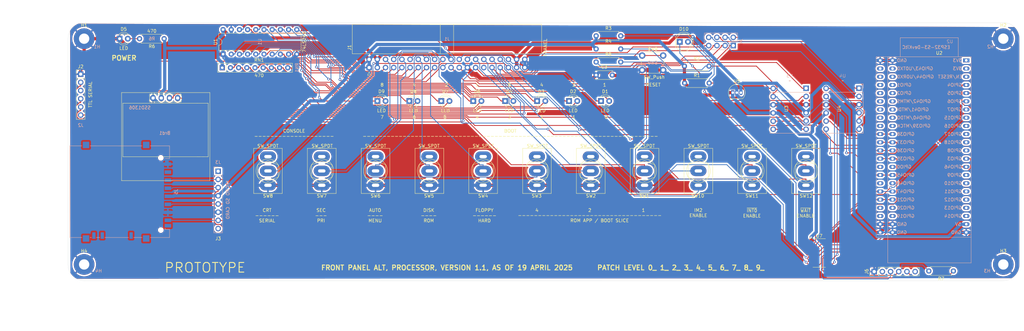
<source format=kicad_pcb>
(kicad_pcb (version 20240108) (generator "pcbnew") (generator_version "8.0")
  (title_block (date "2025-04-19"))
  (layers (0 "F.Cu" signal) (31 "B.Cu" signal) (34 "B.Paste" user) (35 "F.Paste" user) (36 "B.SilkS" user "B.Silkscreen") (37 "F.SilkS" user "F.Silkscreen") (38 "B.Mask" user) (39 "F.Mask" user) (44 "Edge.Cuts" user))
  (net 0 "")
  (net 1 "GND")
  (net 2 "VCC")
  (net 3 "I2C_SDA_1")
  (net 4 "I2C_SCL_1")
  (net 5 "Net-(D1-K)")
  (net 6 "Net-(D1-A)")
  (net 7 "Net-(D2-K)")
  (net 8 "Net-(D2-A)")
  (net 9 "Net-(D3-A)")
  (net 10 "Net-(D3-K)")
  (net 11 "Net-(D4-K)")
  (net 12 "Net-(D4-A)")
  (net 13 "Net-(D5-A)")
  (net 14 "Net-(D6-A)")
  (net 15 "Net-(D6-K)")
  (net 16 "Net-(D7-A)")
  (net 17 "Net-(D7-K)")
  (net 18 "Net-(D8-K)")
  (net 19 "/LED0")
  (net 20 "/FP-D0")
  (net 21 "/LED1")
  (net 22 "/FP-D1")
  (net 23 "/LED2")
  (net 24 "/FP-D2")
  (net 25 "/LED3")
  (net 26 "/FP-D3")
  (net 27 "/LED4")
  (net 28 "/FP-D4")
  (net 29 "/LED5")
  (net 30 "/FP-D5")
  (net 31 "/LED6")
  (net 32 "/FP-D6")
  (net 33 "/LED7")
  (net 34 "/FP-D7")
  (net 35 "I2C_SDA")
  (net 36 "I2C_SCL")
  (net 37 "~{EXT_RES}")
  (net 38 "~{IM2-EN}")
  (net 39 "~{RTS}")
  (net 40 "~{IM2-EN-OE}")
  (net 42 "~{INT0-EN}")
  (net 43 "RX")
  (net 44 "~{INT0}")
  (net 45 "TX")
  (net 46 "~{WAIT-EN}")
  (net 47 "~{CTS}")
  (net 48 "~{WAIT}")
  (net 49 "Net-(D8-A)")
  (net 50 "Net-(D9-K)")
  (net 51 "Net-(D9-A)")
  (net 52 "DO")
  (net 53 "CS")
  (net 55 "DI")
  (net 56 "CLK")
  (net 71 "~{RTS_WIFI}")
  (net 76 "TX_WIFI")
  (net 88 "~{CTS_WIFI}")
  (net 98 "RX_WIFI")
  (net 113 "+3.3V")
  (net 116 "LV_I2C_SCL")
  (net 117 "LV_I2C_SDA")
  (net 118 "LV_TX_WIFI")
  (net 119 "LV_I2C_SCL_1")
  (net 120 "~{LV_CTS_WIFI}")
  (net 121 "LV_RX_WIFI")
  (net 122 "~{LV_RTS_WIFI}")
  (net 123 "LV_I2C_SDA_1")
  (net 124 "Net-(D10-AK)")
  (net 125 "Net-(D10-KA)")
  (net 126 "Net-(U7-PB2)")
  (net 127 "IC_RX")
  (net 128 "IC_TX")
  (net 130 "/UPDI")
  (net 133 "/UPDI-TX")
  (footprint "Connector_IDC:IDC-Header_2x20_P2.54mm_Horizontal" (layer "F.Cu") (at 128.37 163.9475 90)
    (property "Reference" "J1")
    (property "Value" "FPANEL")
  )
  (footprint "Connector_PinHeader_2.54mm:PinHeader_1x06_P2.54mm_Vertical" (layer "F.Cu") (at 38.937 165.992)
    (property "Reference" "J2")
    (property "Value" "TTL SERIAL")
  )
  (footprint "MountingHole:MountingHole_3.2mm_M3_Pad" (layer "F.Cu") (at 40 155)
    (property "Reference" "H1")
    (property "Value" "MountingHole" (hide yes))
  )
  (footprint "MountingHole:MountingHole_3.2mm_M3_Pad" (layer "F.Cu") (at 325 155)
    (property "Reference" "H2")
    (property "Value" "MountingHole" (hide yes))
  )
  (footprint "MountingHole:MountingHole_3.2mm_M3_Pad" (layer "F.Cu") (at 325 225)
    (property "Reference" "H3")
    (property "Value" "MountingHole" (hide yes))
  )
  (footprint "MountingHole:MountingHole_3.2mm_M3_Pad" (layer "F.Cu") (at 40 225)
    (property "Reference" "H4")
    (property "Value" "MountingHole" (hide yes))
  )
  (footprint "LED_THT:LED_D3.0mm" (layer "F.Cu") (at 51 155)
    (property "Reference" "D5")
    (property "Value" "LED")
  )
  (footprint "Resistor_THT:R_Axial_DIN0207_L6.3mm_D2.5mm_P7.62mm_Horizontal" (layer "F.Cu") (at 64.81 155 180)
    (property "Reference" "R6")
    (property "Value" "470")
  )
  (footprint "LED_THT:LED_D3.0mm" (layer "F.Cu") (at 170.549 174.327)
    (property "Reference" "D4")
    (property "Value" "LED")
  )
  (footprint "Button_Switch_THT:SW_PUSH_6mm" (layer "F.Cu") (at 213.031 160.222)
    (property "Reference" "SW9")
    (property "Value" "SW_Push")
  )
  (footprint "LED_THT:LED_D3.0mm" (layer "F.Cu") (at 160.6431 174.327)
    (property "Reference" "D6")
    (property "Value" "LED")
  )
  (footprint "LED_THT:LED_D3.0mm" (layer "F.Cu") (at 180.4549 174.3293)
    (property "Reference" "D3")
    (property "Value" "LED")
  )
  (footprint "Package_DIP:DIP-20_W7.62mm" (layer "F.Cu") (at 83.075 159.8 90)
    (property "Reference" "U1")
    (property "Value" "74LS240")
  )
  (footprint "SW_Toggle_Blue_wSlots:SW_Toggle_Blue_wSlots" (layer "F.Cu") (at 97 196 90)
    (property "Reference" "SW8")
    (property "Value" "SW_SPDT")
  )
  (footprint "SW_Toggle_Blue_wSlots:SW_Toggle_Blue_wSlots" (layer "F.Cu") (at 180.405 196 90)
    (property "Reference" "SW3")
    (property "Value" "SW_SPDT")
  )
  (footprint "SW_Toggle_Blue_wSlots:SW_Toggle_Blue_wSlots" (layer "F.Cu") (at 113.681 196 90)
    (property "Reference" "SW7")
    (property "Value" "SW_SPDT")
  )
  (footprint "Resistor_THT:R_Axial_DIN0207_L6.3mm_D2.5mm_P7.62mm_Horizontal" (layer "F.Cu") (at 198.7576 158.1714)
    (property "Reference" "R4")
    (property "Value" "10K")
  )
  (footprint "SW_Toggle_Blue_wSlots:SW_Toggle_Blue_wSlots" (layer "F.Cu") (at 213.767 196 90)
    (property "Reference" "SW1")
    (property "Value" "SW_SPDT")
  )
  (footprint "SW_Toggle_Blue_wSlots:SW_Toggle_Blue_wSlots" (layer "F.Cu") (at 147.043 196 90)
    (property "Reference" "SW5")
    (property "Value" "SW_SPDT")
  )
  (footprint "Resistor_THT:R_Axial_DIN0207_L6.3mm_D2.5mm_P7.62mm_Horizontal" (layer "F.Cu") (at 198.7576 154.1214)
    (property "Reference" "R3")
    (property "Value" "10K")
  )
  (footprint "LED_THT:LED_D3.0mm" (layer "F.Cu") (at 190.3608 174.3288)
    (property "Reference" "D2")
    (property "Value" "LED")
  )
  (footprint "Resistor_THT:R_Axial_DIN0207_L6.3mm_D2.5mm_P7.62mm_Horizontal" (layer "F.Cu") (at 198.7576 162.2214)
    (property "Reference" "R5")
    (property "Value" "220")
  )
  (footprint "SW_Toggle_Blue_wSlots:SW_Toggle_Blue_wSlots" (layer "F.Cu") (at 230.448 196 90)
    (property "Reference" "SW10")
    (property "Value" "SW_SPDT")
  )
  (footprint "LED_THT:LED_D3.0mm" (layer "F.Cu") (at 150.7373 174.3288)
    (property "Reference" "D7")
    (property "Value" "LED")
  )
  (footprint "SW_Toggle_Blue_wSlots:SW_Toggle_Blue_wSlots" (layer "F.Cu") (at 130.362 196 90)
    (property "Reference" "SW6")
    (property "Value" "SW_SPDT")
  )
  (footprint "Connector_PinHeader_2.54mm:PinHeader_1x06_P2.54mm_Vertical" (layer "F.Cu") (at 284.9614 227.206 90)
    (property "Reference" "J6")
    (property "Value" "UPDI ONLY")
  )
  (footprint "Package_SO:SOIC-14_3.9x8.7mm_P1.27mm" (layer "F.Cu") (at 267.918 221.4402)
    (property "Reference" "U7")
    (property "Value" "ATtiny1614-SS")
  )
  (footprint "SW_Toggle_Blue_wSlots:SW_Toggle_Blue_wSlots" (layer "F.Cu") (at 247.129 196 90)
    (property "Reference" "SW11")
    (property "Value" "SW_SPDT")
  )
  (footprint "Resistor_THT:R_Array_SIP9" (layer "F.Cu") (at 82.825 164)
    (property "Reference" "RN1")
    (property "Value" "470")
  )
  (footprint "LED_THT:LED_D3.0mm" (layer "F.Cu") (at 140.8314 174.327)
    (property "Reference" "D8")
    (property "Value" "LED")
  )
  (footprint "LED_THT:LED_D3.0mm" (layer "F.Cu") (at 200.2666 174.327)
    (property "Reference" "D1")
    (property "Value" "LED")
  )
  (footprint "LED_THT:LED_D5.0mm" (layer "F.Cu") (at 224.6822 155.959)
    (property "Reference" "D10")
    (property "Value" "GRN-SD R/W+RED-ERR")
  )
  (footprint "SW_Toggle_Blue_wSlots:SW_Toggle_Blue_wSlots" (layer "F.Cu") (at 197.086 196 90)
    (property "Reference" "SW2")
    (property "Value" "SW_SPDT")
  )
  (footprint "Package_TO_SOT_THT:TO-92_Inline" (layer "F.Cu") (at 241.0956 171.7368)
    (property "Reference" "U5")
    (property "Value" "LP2950-3.3_TO92")
  )
  (footprint "LED_THT:LED_D3.0mm" (layer "F.Cu") (at 130.9255 174.327)
    (property "Reference" "D9")
    (property "Value" "LED")
  )
  (footprint "Resistor_THT:R_Axial_DIN0207_L6.3mm_D2.5mm_P7.62mm_Horizontal" (layer "F.Cu") (at 309.5232 227.0282 180)
    (property "Reference" "R7")
    (property "Value" "4700")
  )
  (footprint "SSD1306:128x64OLED" (layer "F.Cu") (at 65 184)
    (property "Reference" "Brd1")
    (property "Value" "SSD1306")
  )
  (footprint "SW_Toggle_Blue_wSlots:SW_Toggle_Blue_wSlots" (layer "F.Cu") (at 263.81 196 90)
    (property "Reference" "SW12")
    (property "Value" "SW_SPDT")
  )
  (footprint "Resistor_THT:R_Axial_DIN0207_L6.3mm_D2.5mm_P7.62mm_Horizontal" (layer "F.Cu") (at 226.135 163.5028)
    (property "Reference" "R2")
    (property "Value" "10K")
  )
  (footprint "SW_Toggle_Blue_wSlots:SW_Toggle_Blue_wSlots" (layer "F.Cu") (at 163.724 196 90)
    (property "Reference" "SW4")
    (property "Value" "SW_SPDT")
  )
  (footprint "Capacitor_THT:C_Disc_D5.0mm_W2.5mm_P5.00mm" (layer "F.Cu") (at 198.7576 166.2714)
    (property "Reference" "C3")
    (property "Value" "0.1u")
  )
  (footprint "Resistor_THT:R_Axial_DIN0207_L6.3mm_D2.5mm_P7.62mm_Horizontal" (layer "F.Cu") (at 226.1858 168.7606)
    (property "Reference" "R1")
    (property "Value" "10K")
  )
  (footprint "Connector_Card:SD_Hirose_DM1AA_SF_PEJ82" (layer "B.Cu") (at 51.0274 202.441 90)
    (property "Reference" "J5")
    (property "Value" "Micro_SD_Card")
  )
  (footprint "Connector_PinSocket_2.54mm:PinSocket_1x08_P2.54mm_Vertical" (layer "B.Cu") (at 81.5582 196.091 180)
    (property "Reference" "J3")
    (property "Value" "MICRO SD CARD")
  )
  (footprint "Custom:ESP32S3Devkit3Universal" (layer "B.Cu") (at 289.127 160.7059 180)
    (property "Reference" "U2")
    (property "Value" "ESP32-S3-DevKitC")
  )
  (footprint "Connector_PinHeader_2.54mm:PinHeader_2x04_P2.54mm_Vertical" (layer "B.Cu") (at 241.2734 157.1274 90)
    (property "Reference" "J4")
    (property "Value" "TTL Serial to WiFi Enable")
  )
  (footprint "Custom:HV-LV" (layer "B.Cu") (at 258.7674 167.0416 180)
    (property "Reference" "U3")
    (property "Value" "~")
  )
  (footprint "Custom:HV-LV" (layer "B.Cu") (at 275.172 167.0189 180)
    (property "Reference" "U4")
    (property "Value" "~")
  )
  (gr_line (start 40 230) (end 325 230) (stroke (width 0.05)) (layer "Edge.Cuts"))
  (gr_line (start 35 155) (end 35 225) (stroke (width 0.05)) (layer "Edge.Cuts"))
  (gr_line (start 325 150) (end 40 150) (stroke (width 0.05)) (layer "Edge.Cuts"))
  (gr_line (start 330 225) (end 330 155) (stroke (width 0.05)) (layer "Edge.Cuts"))
  (gr_arc (start 325 150) (mid 328.535534 151.464466) (end 330 155) (stroke (width 0.05)) (layer "Edge.Cuts"))
  (gr_arc (start 40 230) (mid 36.464466 228.535534) (end 35 225) (stroke (width 0.05)) (layer "Edge.Cuts"))
  (gr_arc (start 35 155) (mid 36.464466 151.464466) (end 40 150) (stroke (width 0.05)) (layer "Edge.Cuts"))
  (gr_arc (start 330 225) (mid 328.535534 228.535534) (end 325 230) (stroke (width 0.05)) (layer "Edge.Cuts"))
  (gr_text "FRONT PANEL ALT, PROCESSOR, VERSION 1.1, AS OF 19 APRIL 2025" (at 152.5 226 0) (layer "F.SilkS") (effects (font (size 1.5 1.5) (thickness 0.3))))
  (gr_text "~{INT0}\nENABLE" (at 247.066 209.122861 0) (layer "F.SilkS") (effects (font (size 1 1))))
  (gr_text "POWER" (at 52.366487 161 0) (layer "F.SilkS") (effects (font (size 1.5 1.5) (thickness 0.3))))
  (gr_text "4" (at 180.391 208.197056 0) (layer "F.SilkS") (effects (font (size 1 1))))
  (gr_text "8" (at 132.378 169.327 0) (layer "F.SilkS") (effects (font (size 1 1))))
  (gr_text "1" (at 161.878 169.327 0) (layer "F.SilkS") (effects (font (size 1 1))))
  (gr_text "2" (at 152.378 169.327 0) (layer "F.SilkS") (effects (font (size 1 1))))
  (gr_text "2" (at 181.878 179.327 0) (layer "F.SilkS") (effects (font (size 1 1))))
  (gr_text "1" (at 201.378 169.327 0) (layer "F.SilkS") (effects (font (size 1 1))))
  (gr_text "2" (at 191.878 169.327 0) (layer "F.SilkS") (effects (font (size 1 1))))
  (gr_text "1" (at 191.878 179.327 0) (layer "F.SilkS") (effects (font (size 1 1))))
  (gr_text "SEC\n---\nPRI" (at 113.462 209.807 0) (layer "F.SilkS") (effects (font (size 1 1))))
  (gr_text "DISK\n----\nROM" (at 146.863 209.807 0) (layer "F.SilkS") (effects (font (size 1 1))))
  (gr_text "------------------------------------\n        ROM APP / BOOT SLICE" (at 196.774 210.569 0) (layer "F.SilkS") (effects (font (size 1 1))))
  (gr_text "PATCH LEVEL 0_ 1_ 2_ 3_ 4_ 5_ 6_ 7_ 8_ 9_" (at 225 226 0) (layer "F.SilkS") (effects (font (size 1.5 1.5) (thickness 0.3))))
  (gr_text "7" (at 132.378 179.327 0) (layer "F.SilkS") (effects (font (size 1 1))))
  (gr_text "PROTOTYPE" (at 77.5 226 0) (layer "F.SilkS") (effects (font (size 3 3) (thickness 0.3))))
  (gr_text "4" (at 181.878 169.327 0) (layer "F.SilkS") (effects (font (size 1 1))))
  (gr_text "BOOT\n--------------------------------------------------------------------------" (at 172.16 184.407 0) (layer "F.SilkS") (effects (font (size 1 1))))
  (gr_text "1" (at 213.411 208.197056 0) (layer "F.SilkS") (effects (font (size 1 1))))
  (gr_text "5" (at 151.878 179.327 0) (layer "F.SilkS") (effects (font (size 1 1))))
  (gr_text "AUTO\n----\nMENU" (at 130.226 209.807 0) (layer "F.SilkS") (effects (font (size 1 1))))
  (gr_text "2" (at 196.774 208.197056 0) (layer "F.SilkS") (effects (font (size 1 1))))
  (gr_text "8" (at 171.878 169.327 0) (layer "F.SilkS") (effects (font (size 1 1))))
  (gr_text "FLOPPY\n------\nHARD" (at 164.135 209.807 0) (layer "F.SilkS") (effects (font (size 1 1))))
  (gr_text "4" (at 142.378 169.327 0) (layer "F.SilkS") (effects (font (size 1 1))))
  (gr_text "RESET" (at 216.483 169.294 0) (layer "F.SilkS") (effects (font (size 1 1))))
  (gr_text "CRT\n------\nSERIAL" (at 96.722 209.807 0) (layer "F.SilkS") (effects (font (size 1 1))))
  (gr_text "~{WAIT}\nENABLE" (at 263.703 209.122861 0) (layer "F.SilkS") (effects (font (size 1 1))))
  (gr_text "3" (at 171.878 179.327 0) (layer "F.SilkS") (effects (font (size 1 1))))
  (gr_text "4" (at 161.878 179.327 0) (layer "F.SilkS") (effects (font (size 1 1))))
  (gr_text "CONSOLE\n--------------------" (at 105.104 184.407 0) (layer "F.SilkS") (effects (font (size 1 1))))
  (gr_text "IM2\nENABLE" (at 230.429 209.002028 0) (layer "F.SilkS") (effects (font (size 1 1))))
  (gr_text "6" (at 142.378 179.327 0) (layer "F.SilkS") (effects (font (size 1 1))))
  (gr_text "0" (at 201.878 179.327 0) (layer "F.SilkS") (effects (font (size 1 1))))
  (segment (start 107.8332 159.4019) (end 107.4351 159.8) (width 1) (layer "F.Cu") (net 1))
  (segment (start 38.937 165.992) (end 38.937 164.4419) (width 1) (layer "F.Cu") (net 1))
  (segment (start 263.8554 175.4516) (end 265.4055 175.4516) (width 1) (layer "F.Cu") (net 1))
  (segment (start 213.767 200.45) (end 210.5669 200.45) (width 1) (layer "F.Cu") (net 1))
  (segment (start 55.8 159.8) (end 83.075 159.8) (width 1) (layer "F.Cu") (net 1))
  (segment (start 311.8119 215.0619) (end 311.8146 215.0592) (width 1) (layer "F.Cu") (net 1))
  (segment (start 286.841 161.7219) (end 290.651 161.7219) (width 1) (layer "F.Cu") (net 1))
  (segment (start 197.086 200.45) (end 200.2861 200.45) (width 1) (layer "F.Cu") (net 1))
  (segment (start 163.724 200.45) (end 180.405 200.45) (width 1) (layer "F.Cu") (net 1))
  (segment (start 253.6554 175.4916) (end 262.2653 175.4916) (width 1) (layer "F.Cu") (net 1))
  (segment (start 197.086 200.45) (end 180.405 200.45) (width 1) (layer "F.Cu") (net 1))
  (segment (start 270.06 175.4689) (end 265.4228 175.4689) (width 1) (layer "F.Cu") (net 1))
  (segment (start 128.37 161.4075) (end 126.3644 159.4019) (width 1) (layer "F.Cu") (net 1))
  (segment (start 262.2653 175.4916) (end 262.3053 175.4516) (width 1) (layer "F.Cu") (net 1))
  (segment (start 286.841 212.5219) (end 288.5411 212.5219) (width 1) (layer "F.Cu") (net 1))
  (segment (start 278.7099 175.4289) (end 278.6699 175.4689) (width 1) (layer "F.Cu") (net 1))
  (segment (start 40 155) (end 51 155) (width 1) (layer "F.Cu") (net 1))
  (segment (start 288.5411 213.3618) (end 286.841 215.0619) (width 1) (layer "F.Cu") (net 1))
  (segment (start 113.681 200.45) (end 97 200.45) (width 1) (layer "F.Cu") (net 1))
  (segment (start 272.9613 215.0619) (end 270.393 217.6302) (width 1) (layer "F.Cu") (net 1))
  (segment (start 265.4228 175.4689) (end 265.4055 175.4516) (width 1) (layer "F.Cu") (net 1))
  (segment (start 126.3644 159.4019) (end 107.8332 159.4019) (width 1) (layer "F.Cu") (net 1))
  (segment (start 263.8554 175.4516) (end 262.3053 175.4516) (width 1) (layer "F.Cu") (net 1))
  (segment (start 278.6699 175.4689) (end 270.06 175.4689) (width 1) (layer "F.Cu") (net 1))
  (segment (start 290.651 215.0619) (end 311.8119 215.0619) (width 1) (layer "F.Cu") (net 1))
  (segment (start 161.4887 166.5862) (end 158.85 163.9475) (width 1) (layer "F.Cu") (net 1))
  (segment (start 51 155) (end 55.8 159.8) (width 1) (layer "F.Cu") (net 1))
  (segment (start 105.935 159.8) (end 107.4351 159.8) (width 1) (layer "F.Cu") (net 1))
  (segment (start 286.841 215.0619) (end 272.9613 215.0619) (width 1) (layer "F.Cu") (net 1))
  (segment (start 162.627 167.2982) (end 161.915 166.5862) (width 1) (layer "F.Cu") (net 1))
  (segment (start 200.2861 200.45) (end 210.5669 200.45) (width 1) (layer "F.Cu") (net 1))
  (segment (start 288.5411 212.5219) (end 288.5411 213.3618) (width 1) (layer "F.Cu") (net 1))
  (segment (start 198.7576 166.2714) (end 197.7308 167.2982) (width 1) (layer "F.Cu") (net 1))
  (segment (start 147.043 200.45) (end 130.362 200.45) (width 1) (layer "F.Cu") (net 1))
  (segment (start 40 155) (end 40 163.3789) (width 1) (layer "F.Cu") (net 1))
  (segment (start 290.651 212.5219) (end 288.5411 212.5219) (width 1) (layer "F.Cu") (net 1))
  (segment (start 40 163.3789) (end 38.937 164.4419) (width 1) (layer "F.Cu") (net 1))
  (segment (start 280.26 175.4289) (end 278.7099 175.4289) (width 1) (layer "F.Cu") (net 1))
  (segment (start 161.915 166.5862) (end 161.4887 166.5862) (width 1) (layer "F.Cu") (net 1))
  (segment (start 197.7308 167.2982) (end 162.627 167.2982) (width 1) (layer "F.Cu") (net 1))
  (segment (start 313.5147 215.0592) (end 311.8146 215.0592) (width 1) (layer "F.Cu") (net 1))
  (segment (start 219.531 164.722) (end 213.031 164.722) (width 1) (layer "F.Cu") (net 1))
  (segment (start 128.37 161.4075) (end 128.37 163.9475) (width 1) (layer "B.Cu") (net 1))
  (segment (start 224.4696 170.2721) (end 224.4696 169.6606) (width 1) (layer "B.Cu") (net 1))
  (segment (start 59.8799 165.48) (end 51 156.6001) (width 1) (layer "B.Cu") (net 1))
  (segment (start 83.075 159.8) (end 83.075 158.2999) (width 1) (layer "B.Cu") (net 1))
  (segment (start 97 200.45) (end 91.4493 200.45) (width 1) (layer "B.Cu") (net 1))
  (segment (start 65.6024 177.6224) (end 61.38 173.4) (width 1) (layer "B.Cu") (net 1))
  (segment (start 213.767 200.45) (end 224.4696 189.7474) (width 1) (layer "B.Cu") (net 1))
  (segment (start 51 155) (end 51 156.6001) (width 1) (layer "B.Cu") (net 1))
  (segment (start 224.4696 189.7474) (end 224.4696 170.2721) (width 1) (layer "B.Cu") (net 1))
  (segment (start 325 225) (end 322.7356 222.7356) (width 1) (layer "B.Cu") (net 1))
  (segment (start 281.8101 175.4289) (end 285.1409 178.7597) (width 1) (layer "B.Cu") (net 1))
  (segment (start 65.9774 193.866) (end 65.6024 193.866) (width 1) (layer "B.Cu") (net 1))
  (segment (start 84.6054 161.3304) (end 104.4046 161.3304) (width 1) (layer "B.Cu") (net 1))
  (segment (start 81.5582 208.791) (end 83.1083 208.791) (width 1) (layer "B.Cu") (net 1))
  (segment (start 85.615 152.18) (end 85.615 155.7599) (width 1) (layer "B.Cu") (net 1))
  (segment (start 286.841 161.7219) (end 285.1409 161.7219) (width 1) (layer "B.Cu") (net 1))
  (segment (start 224.4696 169.6606) (end 219.531 164.722) (width 1) (layer "B.Cu") (net 1))
  (segment (start 299.073 155) (end 325 155) (width 1) (layer "B.Cu") (net 1))
  (segment (start 65.9774 208.866) (end 67.6775 208.866) (width 1) (layer "B.Cu") (net 1))
  (segment (start 213.031 164.722) (end 200.307 164.722) (width 1) (layer "B.Cu") (net 1))
  (segment (start 131.7544 158.0231) (end 128.37 161.4075) (width 1) (layer "B.Cu") (net 1))
  (segment (start 67.7525 208.791) (end 81.5582 208.791) (width 1) (layer "B.Cu") (net 1))
  (segment (start 198.7576 166.2714) (end 196.4337 163.9475) (width 1) (layer "B.Cu") (net 1))
  (segment (start 65.6024 193.866) (end 64.2773 193.866) (width 1) (layer "B.Cu") (net 1))
  (segment (start 163.724 200.45) (end 147.043 200.45) (width 1) (layer "B.Cu") (net 1))
  (segment (start 281.8101 165.0527) (end 285.1409 161.7219) (width 1) (layer "B.Cu") (net 1))
  (segment (start 176.63 163.9475) (end 176.63 161.4075) (width 1) (layer "B.Cu") (net 1))
  (segment (start 65.6024 193.866) (end 65.6024 177.6224) (width 1) (layer "B.Cu") (net 1))
  (segment (start 289.4318 222.7356) (end 284.9614 227.206) (width 1) (layer "B.Cu") (net 1))
  (segment (start 315.2148 215.2148) (end 325 225) (width 1) (layer "B.Cu") (net 1))
  (segment (start 85.615 155.7599) (end 83.075 158.2999) (width 1) (layer "B.Cu") (net 1))
  (segment (start 292.3511 212.5219) (end 292.3511 215.0619) (width 1) (layer "B.Cu") (net 1))
  (segment (start 65.9774 208.866) (end 64.5774 208.866) (width 1) (layer "B.Cu") (net 1))
  (segment (start 56.134 208.866) (end 40 225) (width 1) (layer "B.Cu") (net 1))
  (segment (start 280.26 175.4289) (end 281.8101 175.4289) (width 1) (layer "B.Cu") (net 1))
  (segment (start 130.362 200.45) (end 113.681 200.45) (width 1) (layer "B.Cu") (net 1))
  (segment (start 253.6554 175.4916) (end 245.4207 175.4916) (width 1) (layer "B.Cu") (net 1))
  (segment (start 322.7356 222.7356) (end 289.4318 222.7356) (width 1) (layer "B.Cu") (net 1))
  (segment (start 290.651 161.7219) (end 292.3511 161.7219) (width 1) (layer "B.Cu") (net 1))
  (segment (start 242.3656 170.2867) (end 242.351 170.2721) (width 1) (layer "B.Cu") (net 1))
  (segment (start 196.4337 163.9475) (end 176.63 163.9475) (width 1) (layer "B.Cu") (net 1))
  (segment (start 104.4046 161.3304) (end 105.935 159.8) (width 1) (layer "B.Cu") (net 1))
  (segment (start 315.2148 215.0592) (end 315.2148 215.2148) (width 1) (layer "B.Cu") (net 1))
  (segment (start 313.5147 215.0592) (end 315.2148 215.0592) (width 1) (layer "B.Cu") (net 1))
  (segment (start 64.2773 208.866) (end 64.2773 193.866) (width 1) (layer "B.Cu") (net 1))
  (segment (start 59.8799 173.4) (end 59.8799 165.48) (width 1) (layer "B.Cu") (net 1))
  (segment (start 290.651 215.0619) (end 292.3511 215.0619) (width 1) (layer "B.Cu") (net 1))
  (segment (start 242.3656 172.4365) (end 242.3656 171.7368) (width 1) (layer "B.Cu") (net 1))
  (segment (start 242.351 170.2721) (end 224.4696 170.2721) (width 1) (layer "B.Cu") (net 1))
  (segment (start 153.77 161.4075) (end 150.3856 158.0231) (width 1) (layer "B.Cu") (net 1))
  (segment (start 67.6775 208.866) (end 67.7525 208.791) (width 1) (layer "B.Cu") (net 1))
  (segment (start 285.1409 178.7597) (end 285.1409 212.5219) (width 1) (layer "B.Cu") (net 1))
  (segment (start 245.4207 175.4916) (end 242.3656 172.4365) (width 1) (layer "B.Cu") (net 1))
  (segment (start 61.38 173.4) (end 59.8799 173.4) (width 1) (layer "B.Cu") (net 1))
  (segment (start 91.4493 200.45) (end 83.1083 208.791) (width 1) (layer "B.Cu") (net 1))
  (segment (start 290.651 212.5219) (end 292.3511 212.5219) (width 1) (layer "B.Cu") (net 1))
  (segment (start 64.2773 208.866) (end 56.134 208.866) (width 1) (layer "B.Cu") (net 1))
  (segment (start 200.307 164.722) (end 198.7576 166.2714) (width 1) (layer "B.Cu") (net 1))
  (segment (start 281.8101 175.4289) (end 281.8101 165.0527) (width 1) (layer "B.Cu") (net 1))
  (segment (start 286.841 212.5219) (end 285.1409 212.5219) (width 1) (layer "B.Cu") (net 1))
  (segment (start 83.075 159.8) (end 84.6054 161.3304) (width 1) (layer "B.Cu") (net 1))
  (segment (start 292.3511 161.7219) (end 299.073 155) (width 1) (layer "B.Cu") (net 1))
  (segment (start 242.3656 171.7368) (end 242.3656 170.2867) (width 1) (layer "B.Cu") (net 1))
  (segment (start 64.5774 208.866) (end 64.2773 208.866) (width 1) (layer "B.Cu") (net 1))
  (segment (start 150.3856 158.0231) (end 131.7544 158.0231) (width 1) (layer "B.Cu") (net 1))
  (segment (start 221.3876 156.3588) (end 223.389 154.3574) (width 1) (layer "F.Cu") (net 2))
  (segment (start 85.6741 154.7791) (end 83.075 152.18) (width 1) (layer "F.Cu") (net 2))
  (segment (start 172.5291 159.8466) (end 132.4709 159.8466) (width 1) (layer "F.Cu") (net 2))
  (segment (start 132.4709 159.8466) (end 130.91 161.4075) (width 1) (layer "F.Cu") (net 2))
  (segment (start 174.09 163.9475) (end 174.09 161.4075) (width 1) (layer "F.Cu") (net 2))
  (segment (start 130.91 161.4075) (end 124.2816 154.7791) (width 1) (layer "F.Cu") (net 2))
  (segment (start 223.389 154.3574) (end 228.7171 154.3574) (width 1) (layer "F.Cu") (net 2))
  (segment (start 179.1387 156.3588) (end 221.3876 156.3588) (width 1) (layer "F.Cu") (net 2))
  (segment (start 174.09 161.4075) (end 179.1387 156.3588) (width 1) (layer "F.Cu") (net 2))
  (segment (start 174.09 161.4075) (end 172.5291 159.8466) (width 1) (layer "F.Cu") (net 2))
  (segment (start 124.2816 154.7791) (end 85.6741 154.7791) (width 1) (layer "F.Cu") (net 2))
  (via (at 228.7171 154.3574) (size 0.8) (drill 0.4) (layers "F.Cu" "B.Cu") (net 2))
  (segment (start 278.7099 176.8131) (end 270.7193 168.8225) (width 1) (layer "B.Cu") (net 2))
  (segment (start 278.7099 209.1951) (end 278.7099 177.9689) (width 1) (layer "B.Cu") (net 2))
  (segment (start 265.5304 176.3166) (end 263.8554 177.9916) (width 1) (layer "B.Cu") (net 2))
  (segment (start 254.6904 168.8266) (end 244.1954 168.8266) (width 1) (layer "B.Cu") (net 2))
  (segment (start 130.91 161.4075) (end 130.91 163.9475) (width 1) (layer "B.Cu") (net 2))
  (segment (start 63.92 171.6999) (end 64.9903 170.6296) (width 1) (layer "B.Cu") (net 2))
  (segment (start 311.8146 212.5192) (end 307.966 216.3678) (width 1) (layer "B.Cu") (net 2))
  (segment (start 270.7193 168.8225) (end 269.43 168.8225) (width 1) (layer "B.Cu") (net 2))
  (segment (start 244.1954 168.8266) (end 243.6356 169.3864) (width 1) (layer "B.Cu") (net 2))
  (segment (start 280.26 177.9689) (end 278.7099 177.9689) (width 1) (layer "B.Cu") (net 2))
  (segment (start 263.8554 177.9916) (end 254.6904 168.8266) (width 1) (layer "B.Cu") (net 2))
  (segment (start 243.6356 169.3864) (end 228.7171 154.4679) (width 1) (layer "B.Cu") (net 2))
  (segment (start 228.7171 154.4679) (end 228.7171 154.3574) (width 1) (layer "B.Cu") (net 2))
  (segment (start 81.5393 155.2158) (end 81.5393 157.9401) (width 1) (layer "B.Cu") (net 2))
  (segment (start 265.5304 172.7221) (end 265.5304 176.3166) (width 1) (layer "B.Cu") (net 2))
  (segment (start 243.6356 171.7368) (end 243.6356 169.3864) (width 1) (layer "B.Cu") (net 2))
  (segment (start 285.8826 216.3678) (end 278.7099 209.1951) (width 1) (layer "B.Cu") (net 2))
  (segment (start 278.7099 177.9689) (end 278.7099 176.8131) (width 1) (layer "B.Cu") (net 2))
  (segment (start 63.92 173.4) (end 63.92 171.6999) (width 1) (layer "B.Cu") (net 2))
  (segment (start 83.075 153.6801) (end 81.5393 155.2158) (width 1) (layer "B.Cu") (net 2))
  (segment (start 81.5393 161.2142) (end 82.825 162.4999) (width 1) (layer "B.Cu") (net 2))
  (segment (start 82.825 164) (end 82.825 162.4999) (width 1) (layer "B.Cu") (net 2))
  (segment (start 307.966 216.3678) (end 285.8826 216.3678) (width 1) (layer "B.Cu") (net 2))
  (segment (start 64.9903 157.9401) (end 81.5393 157.9401) (width 1) (layer "B.Cu") (net 2))
  (segment (start 64.9903 170.6296) (end 64.9903 157.9401) (width 1) (layer "B.Cu") (net 2))
  (segment (start 83.075 152.18) (end 83.075 153.6801) (width 1) (layer "B.Cu") (net 2))
  (segment (start 81.5393 157.9401) (end 81.5393 161.2142) (width 1) (layer "B.Cu") (net 2))
  (segment (start 269.43 168.8225) (end 265.5304 172.7221) (width 1) (layer "B.Cu") (net 2))
  (segment (start 64.9903 155.1803) (end 64.81 155) (width 1) (layer "B.Cu") (net 2))
  (segment (start 313.5147 212.5192) (end 311.8146 212.5192) (width 1) (layer "B.Cu") (net 2))
  (segment (start 64.9903 157.9401) (end 64.9903 155.1803) (width 1) (layer "B.Cu") (net 2))
  (segment (start 69 173.4) (end 70.1251 173.4) (width 0.25) (layer "F.Cu") (net 3))
  (segment (start 70.1251 173.4) (end 75.9941 179.269) (width 0.25) (layer "F.Cu") (net 3))
  (segment (start 161.1195 181.8965) (end 261.5052 181.8965) (width 0.25) (layer "F.Cu") (net 3))
  (segment (start 261.5052 181.8965) (end 262.6803 183.0716) (width 0.25) (layer "F.Cu") (net 3))
  (segment (start 158.492 179.269) (end 161.1195 181.8965) (width 0.25) (layer "F.Cu") (net 3))
  (segment (start 263.8554 183.0716) (end 262.6803 183.0716) (width 0.25) (layer "F.Cu") (net 3))
  (segment (start 75.9941 179.269) (end 158.492 179.269) (width 0.25) (layer "F.Cu") (net 3))
  (segment (start 77.6979 178.8189) (end 158.6785 178.8189) (width 0.25) (layer "F.Cu") (net 4))
  (segment (start 261.5052 179.3565) (end 262.6803 180.5316) (width 0.25) (layer "F.Cu") (net 4))
  (segment (start 66.46 173.4) (end 67.5851 173.4) (width 0.25) (layer "F.Cu") (net 4))
  (segment (start 158.6785 178.8189) (end 159.2161 179.3565) (width 0.25) (layer "F.Cu") (net 4))
  (segment (start 67.5851 173.4) (end 67.5851 172.9836) (width 0.25) (layer "F.Cu") (net 4))
  (segment (start 263.8554 180.5316) (end 262.6803 180.5316) (width 0.25) (layer "F.Cu") (net 4))
  (segment (start 68.4974 172.0713) (end 70.9503 172.0713) (width 0.25) (layer "F.Cu") (net 4))
  (segment (start 159.2161 179.3565) (end 261.5052 179.3565) (width 0.25) (layer "F.Cu") (net 4))
  (segment (start 70.9503 172.0713) (end 77.6979 178.8189) (width 0.25) (layer "F.Cu") (net 4))
  (segment (start 67.5851 172.9836) (end 68.4974 172.0713) (width 0.25) (layer "F.Cu") (net 4))
  (segment (start 159.9845 169.2759) (end 122.8493 169.2759) (width 0.25) (layer "F.Cu") (net 5))
  (segment (start 200.2666 174.327) (end 199.0415 174.327) (width 0.25) (layer "F.Cu") (net 5))
  (segment (start 161.5981 170.8895) (end 159.9845 169.2759) (width 0.25) (layer "F.Cu") (net 5))
  (segment (start 195.604 170.8895) (end 161.5981 170.8895) (width 0.25) (layer "F.Cu") (net 5))
  (segment (start 122.8493 169.2759) (end 120.1116 166.5382) (width 0.25) (layer "F.Cu") (net 5))
  (segment (start 199.0415 174.327) (end 195.604 170.8895) (width 0.25) (layer "F.Cu") (net 5))
  (via (at 120.1116 166.5382) (size 0.8) (drill 0.4) (layers "F.Cu" "B.Cu") (net 5))
  (segment (start 89.2801 152.18) (end 89.2801 151.8987) (width 0.25) (layer "B.Cu") (net 5))
  (segment (start 89.2801 151.8987) (end 90.613 150.5658) (width 0.25) (layer "B.Cu") (net 5))
  (segment (start 106.6082 150.5658) (end 120.1116 164.0692) (width 0.25) (layer "B.Cu") (net 5))
  (segment (start 90.613 150.5658) (end 106.6082 150.5658) (width 0.25) (layer "B.Cu") (net 5))
  (segment (start 120.1116 164.0692) (end 120.1116 166.5382) (width 0.25) (layer "B.Cu") (net 5))
  (segment (start 88.155 152.18) (end 89.2801 152.18) (width 0.25) (layer "B.Cu") (net 5))
  (segment (start 162.3487 169.7782) (end 161.3961 168.8256) (width 0.25) (layer "F.Cu") (net 6))
  (segment (start 106.8825 162.4168) (end 87.792 162.4168) (width 0.25) (layer "F.Cu") (net 6))
  (segment (start 161.3961 168.8256) (end 123.4244 168.8256) (width 0.25) (layer "F.Cu") (net 6))
  (segment (start 202.8066 174.327) (end 198.2578 169.7782) (width 0.25) (layer "F.Cu") (net 6))
  (segment (start 120.1868 165.588) (end 110.0537 165.588) (width 0.25) (layer "F.Cu") (net 6))
  (segment (start 85.365 164) (end 86.4901 164) (width 0.25) (layer "F.Cu") (net 6))
  (segment (start 86.4901 163.7187) (end 86.4901 164) (width 0.25) (layer "F.Cu") (net 6))
  (segment (start 198.2578 169.7782) (end 162.3487 169.7782) (width 0.25) (layer "F.Cu") (net 6))
  (segment (start 123.4244 168.8256) (end 120.1868 165.588) (width 0.25) (layer "F.Cu") (net 6))
  (segment (start 87.792 162.4168) (end 86.4901 163.7187) (width 0.25) (layer "F.Cu") (net 6))
  (segment (start 110.0537 165.588) (end 106.8825 162.4168) (width 0.25) (layer "F.Cu") (net 6))
  (segment (start 186.1466 171.3397) (end 189.1357 174.3288) (width 0.25) (layer "F.Cu") (net 7))
  (segment (start 119.3245 167.674) (end 121.3766 169.7261) (width 0.25) (layer "F.Cu") (net 7))
  (segment (start 121.3766 169.7261) (end 158.3644 169.7261) (width 0.25) (layer "F.Cu") (net 7))
  (segment (start 158.3644 169.7261) (end 159.978 171.3397) (width 0.25) (layer "F.Cu") (net 7))
  (segment (start 190.3608 174.3288) (end 189.1357 174.3288) (width 0.25) (layer "F.Cu") (net 7))
  (segment (start 159.978 171.3397) (end 186.1466 171.3397) (width 0.25) (layer "F.Cu") (net 7))
  (via (at 119.3245 167.674) (size 0.8) (drill 0.4) (layers "F.Cu" "B.Cu") (net 7))
  (segment (start 106.4217 151.016) (end 119.3245 163.9188) (width 0.25) (layer "B.Cu") (net 7))
  (segment (start 94.3601 152.18) (end 94.3601 151.8987) (width 0.25) (layer "B.Cu") (net 7))
  (segment (start 119.3245 163.9188) (end 119.3245 167.674) (width 0.25) (layer "B.Cu") (net 7))
  (segment (start 94.3601 151.8987) (end 95.2428 151.016) (width 0.25) (layer "B.Cu") (net 7))
  (segment (start 95.2428 151.016) (end 106.4217 151.016) (width 0.25) (layer "B.Cu") (net 7))
  (segment (start 93.235 152.18) (end 94.3601 152.18) (width 0.25) (layer "B.Cu") (net 7))
  (segment (start 190.746 176.4836) (end 192.9008 174.3288) (width 0.25) (layer "F.Cu") (net 8))
  (segment (start 162.5362 176.4836) (end 190.746 176.4836) (width 0.25) (layer "F.Cu") (net 8))
  (segment (start 102.1602 177.4114) (end 161.6084 177.4114) (width 0.25) (layer "F.Cu") (net 8))
  (segment (start 87.905 164) (end 89.0301 164) (width 0.25) (layer "F.Cu") (net 8))
  (segment (start 89.0301 164) (end 89.0301 164.2813) (width 0.25) (layer "F.Cu") (net 8))
  (segment (start 161.6084 177.4114) (end 162.5362 176.4836) (width 0.25) (layer "F.Cu") (net 8))
  (segment (start 89.0301 164.2813) (end 102.1602 177.4114) (width 0.25) (layer "F.Cu") (net 8))
  (segment (start 104.2491 176.9603) (end 161.4228 176.9603) (width 0.25) (layer "F.Cu") (net 9))
  (segment (start 91.5701 164) (end 91.5701 164.2813) (width 0.25) (layer "F.Cu") (net 9))
  (segment (start 91.5701 164.2813) (end 104.2491 176.9603) (width 0.25) (layer "F.Cu") (net 9))
  (segment (start 161.4228 176.9603) (end 162.3498 176.0333) (width 0.25) (layer "F.Cu") (net 9))
  (segment (start 181.2909 176.0333) (end 182.9949 174.3293) (width 0.25) (layer "F.Cu") (net 9))
  (segment (start 162.3498 176.0333) (end 181.2909 176.0333) (width 0.25) (layer "F.Cu") (net 9))
  (segment (start 90.445 164) (end 91.5701 164) (width 0.25) (layer "F.Cu") (net 9))
  (segment (start 179.2298 174.3293) (end 176.9153 172.0148) (width 0.25) (layer "F.Cu") (net 10))
  (segment (start 158.1778 170.1762) (end 119.0951 170.1762) (width 0.25) (layer "F.Cu") (net 10))
  (segment (start 160.0164 172.0148) (end 158.1778 170.1762) (width 0.25) (layer "F.Cu") (net 10))
  (segment (start 176.9153 172.0148) (end 160.0164 172.0148) (width 0.25) (layer "F.Cu") (net 10))
  (segment (start 116.4504 167.5315) (end 115.7821 167.5315) (width 0.25) (layer "F.Cu") (net 10))
  (segment (start 119.0951 170.1762) (end 116.4504 167.5315) (width 0.25) (layer "F.Cu") (net 10))
  (segment (start 180.4549 174.3293) (end 179.2298 174.3293) (width 0.25) (layer "F.Cu") (net 10))
  (via (at 115.7821 167.5315) (size 0.8) (drill 0.4) (layers "F.Cu" "B.Cu") (net 10))
  (segment (start 99.4401 152.4613) (end 102.0881 155.1093) (width 0.25) (layer "B.Cu") (net 10))
  (segment (start 99.4401 152.18) (end 99.4401 152.4613) (width 0.25) (layer "B.Cu") (net 10))
  (segment (start 98.315 152.18) (end 99.4401 152.18) (width 0.25) (layer "B.Cu") (net 10))
  (segment (start 112.7474 164.4968) (end 115.7821 167.5315) (width 0.25) (layer "B.Cu") (net 10))
  (segment (start 112.7474 160.3669) (end 112.7474 164.4968) (width 0.25) (layer "B.Cu") (net 10))
  (segment (start 107.4898 155.1093) (end 112.7474 160.3669) (width 0.25) (layer "B.Cu") (net 10))
  (segment (start 102.0881 155.1093) (end 107.4898 155.1093) (width 0.25) (layer "B.Cu") (net 10))
  (segment (start 168.0988 173.1019) (end 159.5477 173.1019) (width 0.25) (layer "F.Cu") (net 11))
  (segment (start 118.5347 171.2268) (end 116.8356 169.5277) (width 0.25) (layer "F.Cu") (net 11))
  (segment (start 169.3239 174.327) (end 168.0988 173.1019) (width 0.25) (layer "F.Cu") (net 11))
  (segment (start 116.8356 169.5277) (end 116.7845 169.5277) (width 0.25) (layer "F.Cu") (net 11))
  (segment (start 170.549 174.327) (end 169.3239 174.327) (width 0.25) (layer "F.Cu") (net 11))
  (segment (start 159.5477 173.1019) (end 157.6726 171.2268) (width 0.25) (layer "F.Cu") (net 11))
  (segment (start 157.6726 171.2268) (end 118.5347 171.2268) (width 0.25) (layer "F.Cu") (net 11))
  (via (at 116.7845 169.5277) (size 0.8) (drill 0.4) (layers "F.Cu" "B.Cu") (net 11))
  (segment (start 104.5201 152.4614) (end 106.1088 154.0501) (width 0.25) (layer "B.Cu") (net 11))
  (segment (start 103.395 152.18) (end 104.5201 152.18) (width 0.25) (layer "B.Cu") (net 11))
  (segment (start 107.7038 154.0501) (end 116.5141 162.8604) (width 0.25) (layer "B.Cu") (net 11))
  (segment (start 116.5141 162.8604) (end 116.5141 169.2573) (width 0.25) (layer "B.Cu") (net 11))
  (segment (start 104.5201 152.18) (end 104.5201 152.4614) (width 0.25) (layer "B.Cu") (net 11))
  (segment (start 116.5141 169.2573) (end 116.7845 169.5277) (width 0.25) (layer "B.Cu") (net 11))
  (segment (start 106.1088 154.0501) (end 107.7038 154.0501) (width 0.25) (layer "B.Cu") (net 11))
  (segment (start 112.1675 168.5117) (end 106.5227 162.8669) (width 0.25) (layer "F.Cu") (net 12))
  (segment (start 118.9087 170.6264) (end 116.794 168.5117) (width 0.25) (layer "F.Cu") (net 12))
  (segment (start 159.6244 172.465) (end 157.7858 170.6264) (width 0.25) (layer "F.Cu") (net 12))
  (segment (start 94.9776 162.8669) (end 94.1101 163.7344) (width 0.25) (layer "F.Cu") (net 12))
  (segment (start 94.1101 163.7344) (end 94.1101 164) (width 0.25) (layer "F.Cu") (net 12))
  (segment (start 116.794 168.5117) (end 112.1675 168.5117) (width 0.25) (layer "F.Cu") (net 12))
  (segment (start 171.227 172.465) (end 159.6244 172.465) (width 0.25) (layer "F.Cu") (net 12))
  (segment (start 92.985 164) (end 94.1101 164) (width 0.25) (layer "F.Cu") (net 12))
  (segment (start 173.089 174.327) (end 171.227 172.465) (width 0.25) (layer "F.Cu") (net 12))
  (segment (start 157.7858 170.6264) (end 118.9087 170.6264) (width 0.25) (layer "F.Cu") (net 12))
  (segment (start 106.5227 162.8669) (end 94.9776 162.8669) (width 0.25) (layer "F.Cu") (net 12))
  (segment (start 57.19 155) (end 53.54 155) (width 0.25) (layer "F.Cu") (net 13))
  (segment (start 161 176.5101) (end 108.9822 176.5101) (width 0.25) (layer "F.Cu") (net 14))
  (segment (start 163.1831 174.327) (end 161 176.5101) (width 0.25) (layer "F.Cu") (net 14))
  (segment (start 96.6501 164.178) (end 96.6501 164) (width 0.25) (layer "F.Cu") (net 14))
  (segment (start 95.525 164) (end 96.6501 164) (width 0.25) (layer "F.Cu") (net 14))
  (segment (start 108.9822 176.5101) (end 96.6501 164.178) (width 0.25) (layer "F.Cu") (net 14))
  (segment (start 118.3906 171.7193) (end 116.9242 170.2529) (width 0.25) (layer "F.Cu") (net 15))
  (segment (start 116.9242 170.2529) (end 116.2875 170.2529) (width 0.25) (layer "F.Cu") (net 15))
  (segment (start 156.8103 171.7193) (end 118.3906 171.7193) (width 0.25) (layer "F.Cu") (net 15))
  (segment (start 116.2875 170.2529) (end 115.0291 168.9945) (width 0.25) (layer "F.Cu") (net 15))
  (segment (start 159.418 174.327) (end 156.8103 171.7193) (width 0.25) (layer "F.Cu") (net 15))
  (segment (start 111.5604 168.9945) (end 107.3717 164.8058) (width 0.25) (layer "F.Cu") (net 15))
  (segment (start 160.6431 174.327) (end 159.418 174.327) (width 0.25) (layer "F.Cu") (net 15))
  (segment (start 115.0291 168.9945) (end 111.5604 168.9945) (width 0.25) (layer "F.Cu") (net 15))
  (via (at 107.3717 164.8058) (size 0.8) (drill 0.4) (layers "F.Cu" "B.Cu") (net 15))
  (segment (start 104.5201 159.5187) (end 105.3791 158.6597) (width 0.25) (layer "B.Cu") (net 15))
  (segment (start 105.3791 158.6597) (end 106.4249 158.6597) (width 0.25) (layer "B.Cu") (net 15))
  (segment (start 103.395 159.8) (end 104.5201 159.8) (width 0.25) (layer "B.Cu") (net 15))
  (segment (start 107.3717 159.6065) (end 107.3717 164.8058) (width 0.25) (layer "B.Cu") (net 15))
  (segment (start 104.5201 159.8) (end 104.5201 159.5187) (width 0.25) (layer "B.Cu") (net 15))
  (segment (start 106.4249 158.6597) (end 107.3717 159.6065) (width 0.25) (layer "B.Cu") (net 15))
  (segment (start 110.9629 176.0541) (end 151.552 176.0541) (width 0.25) (layer "F.Cu") (net 16))
  (segment (start 98.065 164) (end 99.1901 164) (width 0.25) (layer "F.Cu") (net 16))
  (segment (start 99.1901 164) (end 99.1901 164.2813) (width 0.25) (layer "F.Cu") (net 16))
  (segment (start 151.552 176.0541) (end 153.2773 174.3288) (width 0.25) (layer "F.Cu") (net 16))
  (segment (start 99.1901 164.2813) (end 110.9629 176.0541) (width 0.25) (layer "F.Cu") (net 16))
  (segment (start 150.7373 174.3288) (end 149.5122 174.3288) (width 0.25) (layer "F.Cu") (net 17))
  (segment (start 118.2042 172.1695) (end 116.7377 170.703) (width 0.25) (layer "F.Cu") (net 17))
  (segment (start 149.5122 174.3288) (end 147.3529 172.1695) (width 0.25) (layer "F.Cu") (net 17))
  (segment (start 110.954 169.4446) (end 108.9297 167.4203) (width 0.25) (layer "F.Cu") (net 17))
  (segment (start 116.7377 170.703) (end 116.101 170.703) (width 0.25) (layer "F.Cu") (net 17))
  (segment (start 147.3529 172.1695) (end 118.2042 172.1695) (width 0.25) (layer "F.Cu") (net 17))
  (segment (start 114.8426 169.4446) (end 110.954 169.4446) (width 0.25) (layer "F.Cu") (net 17))
  (segment (start 116.101 170.703) (end 114.8426 169.4446) (width 0.25) (layer "F.Cu") (net 17))
  (via (at 108.9297 167.4203) (size 0.8) (drill 0.4) (layers "F.Cu" "B.Cu") (net 17))
  (segment (start 99.4401 159.8) (end 99.4401 159.5187) (width 0.25) (layer "B.Cu") (net 17))
  (segment (start 99.4401 159.5187) (end 100.7584 158.2004) (width 0.25) (layer "B.Cu") (net 17))
  (segment (start 98.315 159.8) (end 99.4401 159.8) (width 0.25) (layer "B.Cu") (net 17))
  (segment (start 108.0971 166.5877) (end 108.9297 167.4203) (width 0.25) (layer "B.Cu") (net 17))
  (segment (start 106.6048 158.2004) (end 108.0971 159.6927) (width 0.25) (layer "B.Cu") (net 17))
  (segment (start 100.7584 158.2004) (end 106.6048 158.2004) (width 0.25) (layer "B.Cu") (net 17))
  (segment (start 108.0971 159.6927) (end 108.0971 166.5877) (width 0.25) (layer "B.Cu") (net 17))
  (segment (start 140.8314 174.327) (end 139.6063 174.327) (width 0.25) (layer "F.Cu") (net 18))
  (segment (start 118.0178 172.6197) (end 116.5512 171.1531) (width 0.25) (layer "F.Cu") (net 18))
  (segment (start 137.899 172.6197) (end 118.0178 172.6197) (width 0.25) (layer "F.Cu") (net 18))
  (segment (start 139.6063 174.327) (end 137.899 172.6197) (width 0.25) (layer "F.Cu") (net 18))
  (segment (start 112.092 171.1531) (end 111.9704 171.0315) (width 0.25) (layer "F.Cu") (net 18))
  (segment (start 116.5512 171.1531) (end 112.092 171.1531) (width 0.25) (layer "F.Cu") (net 18))
  (via (at 111.9704 171.0315) (size 0.8) (drill 0.4) (layers "F.Cu" "B.Cu") (net 18))
  (segment (start 94.3601 159.8) (end 94.3601 159.5187) (width 0.25) (layer "B.Cu") (net 18))
  (segment (start 96.1384 157.7404) (end 106.7815 157.7404) (width 0.25) (layer "B.Cu") (net 18))
  (segment (start 94.3601 159.5187) (end 96.1384 157.7404) (width 0.25) (layer "B.Cu") (net 18))
  (segment (start 108.5473 165.6435) (end 109.6707 166.7669) (width 0.25) (layer "B.Cu") (net 18))
  (segment (start 109.6707 168.7318) (end 111.9704 171.0315) (width 0.25) (layer "B.Cu") (net 18))
  (segment (start 109.6707 166.7669) (end 109.6707 168.7318) (width 0.25) (layer "B.Cu") (net 18))
  (segment (start 93.235 159.8) (end 94.3601 159.8) (width 0.25) (layer "B.Cu") (net 18))
  (segment (start 106.7815 157.7404) (end 108.5473 159.5062) (width 0.25) (layer "B.Cu") (net 18))
  (segment (start 108.5473 159.5062) (end 108.5473 165.6435) (width 0.25) (layer "B.Cu") (net 18))
  (segment (start 132.2471 165.1504) (end 127.2693 165.1504) (width 0.25) (layer "F.Cu") (net 19))
  (segment (start 127.2693 165.1504) (end 122.7429 160.624) (width 0.25) (layer "F.Cu") (net 19))
  (segment (start 133.45 163.9475) (end 132.2471 165.1504) (width 0.25) (layer "F.Cu") (net 19))
  (segment (start 122.7429 160.624) (end 111.3333 160.624) (width 0.25) (layer "F.Cu") (net 19))
  (via (at 111.3333 160.624) (size 0.8) (drill 0.4) (layers "F.Cu" "B.Cu") (net 19))
  (segment (start 111.3333 160.2976) (end 111.3333 160.624) (width 0.25) (layer "B.Cu") (net 19))
  (segment (start 89.9366 156.3222) (end 107.3579 156.3222) (width 0.25) (layer "B.Cu") (net 19))
  (segment (start 107.3579 156.3222) (end 111.3333 160.2976) (width 0.25) (layer "B.Cu") (net 19))
  (segment (start 86.7401 159.5187) (end 89.9366 156.3222) (width 0.25) (layer "B.Cu") (net 19))
  (segment (start 86.7401 159.8) (end 86.7401 159.5187) (width 0.25) (layer "B.Cu") (net 19))
  (segment (start 85.615 159.8) (end 86.7401 159.8) (width 0.25) (layer "B.Cu") (net 19))
  (segment (start 172.4364 194.0749) (end 213.767 194.0749) (width 0.25) (layer "F.Cu") (net 20))
  (segment (start 136.2048 180.0029) (end 136.4886 179.7191) (width 0.25) (layer "F.Cu") (net 20))
  (segment (start 158.0806 179.7191) (end 172.4364 194.0749) (width 0.25) (layer "F.Cu") (net 20))
  (segment (start 136.4886 179.7191) (end 158.0806 179.7191) (width 0.25) (layer "F.Cu") (net 20))
  (segment (start 213.767 196) (end 213.767 194.0749) (width 0.25) (layer "F.Cu") (net 20))
  (via (at 136.2048 180.0029) (size 0.8) (drill 0.4) (layers "F.Cu" "B.Cu") (net 20))
  (segment (start 133.45 161.4075) (end 134.8148 162.7723) (width 0.25) (layer "B.Cu") (net 20))
  (segment (start 134.8148 162.7723) (end 134.8148 178.6129) (width 0.25) (layer "B.Cu") (net 20))
  (segment (start 134.8148 178.6129) (end 136.2048 180.0029) (width 0.25) (layer "B.Cu") (net 20))
  (segment (start 110.6196 161.5723) (end 109.562 160.5147) (width 0.25) (layer "F.Cu") (net 21))
  (segment (start 134.337 165.6005) (end 127.0828 165.6005) (width 0.25) (layer "F.Cu") (net 21))
  (segment (start 123.0546 161.5723) (end 110.6196 161.5723) (width 0.25) (layer "F.Cu") (net 21))
  (segment (start 127.0828 165.6005) (end 123.0546 161.5723) (width 0.25) (layer "F.Cu") (net 21))
  (segment (start 135.99 163.9475) (end 134.337 165.6005) (width 0.25) (layer "F.Cu") (net 21))
  (via (at 109.562 160.5147) (size 0.8) (drill 0.4) (layers "F.Cu" "B.Cu") (net 21))
  (segment (start 91.8201 159.8) (end 91.8201 159.5187) (width 0.25) (layer "B.Cu") (net 21))
  (segment (start 109.562 159.8382) (end 109.562 160.5147) (width 0.25) (layer "B.Cu") (net 21))
  (segment (start 90.695 159.8) (end 91.8201 159.8) (width 0.25) (layer "B.Cu") (net 21))
  (segment (start 107.014 157.2902) (end 109.562 159.8382) (width 0.25) (layer "B.Cu") (net 21))
  (segment (start 91.8201 159.5187) (end 94.0486 157.2902) (width 0.25) (layer "B.Cu") (net 21))
  (segment (start 94.0486 157.2902) (end 107.014 157.2902) (width 0.25) (layer "B.Cu") (net 21))
  (segment (start 157.2188 181.1694) (end 175.1427 181.1694) (width 0.25) (layer "B.Cu") (net 22))
  (segment (start 175.1427 181.1694) (end 189.9733 196) (width 0.25) (layer "B.Cu") (net 22))
  (segment (start 135.99 161.4075) (end 138.5493 158.8482) (width 0.25) (layer "B.Cu") (net 22))
  (segment (start 147.8317 158.8482) (end 150.0548 161.0713) (width 0.25) (layer "B.Cu") (net 22))
  (segment (start 150.0548 161.0713) (end 150.0548 166.7005) (width 0.25) (layer "B.Cu") (net 22))
  (segment (start 189.9733 196) (end 197.086 196) (width 0.25) (layer "B.Cu") (net 22))
  (segment (start 156.794 180.7446) (end 157.2188 181.1694) (width 0.25) (layer "B.Cu") (net 22))
  (segment (start 156.794 173.4397) (end 156.794 180.7446) (width 0.25) (layer "B.Cu") (net 22))
  (segment (start 138.5493 158.8482) (end 147.8317 158.8482) (width 0.25) (layer "B.Cu") (net 22))
  (segment (start 150.0548 166.7005) (end 156.794 173.4397) (width 0.25) (layer "B.Cu") (net 22))
  (segment (start 104.665 159.4752) (end 103.8508 158.661) (width 0.25) (layer "F.Cu") (net 23))
  (segment (start 109.9599 162.0225) (end 108.8625 160.9251) (width 0.25) (layer "F.Cu") (net 23))
  (segment (start 138.53 163.9475) (end 136.4204 166.0571) (width 0.25) (layer "F.Cu") (net 23))
  (segment (start 95.775 159.8) (end 96.9001 159.8) (width 0.25) (layer "F.Cu") (net 23))
  (segment (start 104.665 160.1987) (end 104.665 159.4752) (width 0.25) (layer "F.Cu") (net 23))
  (segment (start 108.8625 160.9251) (end 105.3914 160.9251) (width 0.25) (layer "F.Cu") (net 23))
  (segment (start 126.9028 166.0571) (end 122.8682 162.0225) (width 0.25) (layer "F.Cu") (net 23))
  (segment (start 136.4204 166.0571) (end 126.9028 166.0571) (width 0.25) (layer "F.Cu") (net 23))
  (segment (start 96.9001 159.5187) (end 96.9001 159.8) (width 0.25) (layer "F.Cu") (net 23))
  (segment (start 97.7578 158.661) (end 96.9001 159.5187) (width 0.25) (layer "F.Cu") (net 23))
  (segment (start 103.8508 158.661) (end 97.7578 158.661) (width 0.25) (layer "F.Cu") (net 23))
  (segment (start 122.8682 162.0225) (end 109.9599 162.0225) (width 0.25) (layer "F.Cu") (net 23))
  (segment (start 105.3914 160.9251) (end 104.665 160.1987) (width 0.25) (layer "F.Cu") (net 23))
  (segment (start 128.5947 197.9251) (end 127.5041 196.8345) (width 0.25) (layer "B.Cu") (net 24))
  (segment (start 138.1658 168.0254) (end 139.7206 166.4706) (width 0.25) (layer "B.Cu") (net 24))
  (segment (start 139.7206 162.5981) (end 138.53 161.4075) (width 0.25) (layer "B.Cu") (net 24))
  (segment (start 127.5041 196.8345) (end 127.5041 190.7809) (width 0.25) (layer "B.Cu") (net 24))
  (segment (start 127.5041 190.7809) (end 138.1658 180.1192) (width 0.25) (layer "B.Cu") (net 24))
  (segment (start 138.1658 180.1192) (end 138.1658 168.0254) (width 0.25) (layer "B.Cu") (net 24))
  (segment (start 139.7206 166.4706) (end 139.7206 162.5981) (width 0.25) (layer "B.Cu") (net 24))
  (segment (start 180.405 197.9251) (end 128.5947 197.9251) (width 0.25) (layer "B.Cu") (net 24))
  (segment (start 180.405 196) (end 180.405 197.9251) (width 0.25) (layer "B.Cu") (net 24))
  (segment (start 109.4733 162.4907) (end 108.3578 161.3752) (width 0.25) (layer "F.Cu") (net 25))
  (segment (start 101.9801 160.0814) (end 101.9801 159.8) (width 0.25) (layer "F.Cu") (net 25))
  (segment (start 103.2739 161.3752) (end 101.9801 160.0814) (width 0.25) (layer "F.Cu") (net 25))
  (segment (start 100.855 159.8) (end 101.9801 159.8) (width 0.25) (layer "F.Cu") (net 25))
  (segment (start 141.07 163.9475) (end 138.5103 166.5072) (width 0.25) (layer "F.Cu") (net 25))
  (segment (start 126.7163 166.5072) (end 122.6998 162.4907) (width 0.25) (layer "F.Cu") (net 25))
  (segment (start 108.3578 161.3752) (end 103.2739 161.3752) (width 0.25) (layer "F.Cu") (net 25))
  (segment (start 138.5103 166.5072) (end 126.7163 166.5072) (width 0.25) (layer "F.Cu") (net 25))
  (segment (start 122.6998 162.4907) (end 109.4733 162.4907) (width 0.25) (layer "F.Cu") (net 25))
  (segment (start 147.42 178.8989) (end 162.596 194.0749) (width 0.25) (layer "B.Cu") (net 26))
  (segment (start 141.07 161.4075) (end 142.7166 159.7609) (width 0.25) (layer "B.Cu") (net 26))
  (segment (start 147.42 160.9954) (end 147.42 178.8989) (width 0.25) (layer "B.Cu") (net 26))
  (segment (start 163.724 196) (end 163.724 194.0749) (width 0.25) (layer "B.Cu") (net 26))
  (segment (start 146.1855 159.7609) (end 147.42 160.9954) (width 0.25) (layer "B.Cu") (net 26))
  (segment (start 142.7166 159.7609) (end 146.1855 159.7609) (width 0.25) (layer "B.Cu") (net 26))
  (segment (start 162.596 194.0749) (end 163.724 194.0749) (width 0.25) (layer "B.Cu") (net 26))
  (segment (start 125.8932 166.9573) (end 122.1517 163.2158) (width 0.25) (layer "F.Cu") (net 27))
  (segment (start 143.61 163.9475) (end 140.6002 166.9573) (width 0.25) (layer "F.Cu") (net 27))
  (segment (start 122.1517 163.2158) (end 117.3207 163.2158) (width 0.25) (layer "F.Cu") (net 27))
  (segment (start 140.6002 166.9573) (end 125.8932 166.9573) (width 0.25) (layer "F.Cu") (net 27))
  (via (at 117.3207 163.2158) (size 0.8) (drill 0.4) (layers "F.Cu" "B.Cu") (net 27))
  (segment (start 117.3207 163.2158) (end 117.3207 163.0304) (width 0.25) (layer "B.Cu") (net 27))
  (segment (start 106.4703 152.18) (end 105.935 152.18) (width 0.25) (layer "B.Cu") (net 27))
  (segment (start 117.3207 163.0304) (end 106.4703 152.18) (width 0.25) (layer "B.Cu") (net 27))
  (segment (start 145.915 194.0749) (end 144.2021 192.362) (width 0.25) (layer "B.Cu") (net 28))
  (segment (start 147.043 196) (end 147.043 194.0749) (width 0.25) (layer "B.Cu") (net 28))
  (segment (start 147.043 194.0749) (end 145.915 194.0749) (width 0.25) (layer "B.Cu") (net 28))
  (segment (start 144.2021 188.9951) (end 144.7953 188.4019) (width 0.25) (layer "B.Cu") (net 28))
  (segment (start 144.7953 188.4019) (end 144.7953 162.5928) (width 0.25) (layer "B.Cu") (net 28))
  (segment (start 144.7953 162.5928) (end 143.61 161.4075) (width 0.25) (layer "B.Cu") (net 28))
  (segment (start 144.2021 192.362) (end 144.2021 188.9951) (width 0.25) (layer "B.Cu") (net 28))
  (segment (start 122.2403 163.941) (end 116.026 163.941) (width 0.25) (layer "F.Cu") (net 29))
  (segment (start 146.15 163.9475) (end 142.6901 167.4074) (width 0.25) (layer "F.Cu") (net 29))
  (segment (start 142.6901 167.4074) (end 125.7067 167.4074) (width 0.25) (layer "F.Cu") (net 29))
  (segment (start 116.026 163.941) (end 115.7509 163.6659) (width 0.25) (layer "F.Cu") (net 29))
  (segment (start 125.7067 167.4074) (end 122.2403 163.941) (width 0.25) (layer "F.Cu") (net 29))
  (via (at 115.7509 163.6659) (size 0.8) (drill 0.4) (layers "F.Cu" "B.Cu") (net 29))
  (segment (start 104.0424 154.5236) (end 101.9801 152.4613) (width 0.25) (layer "B.Cu") (net 29))
  (segment (start 101.9801 152.4613) (end 101.9801 152.18) (width 0.25) (layer "B.Cu") (net 29))
  (segment (start 115.7509 162.7338) (end 107.5407 154.5236) (width 0.25) (layer "B.Cu") (net 29))
  (segment (start 107.5407 154.5236) (end 104.0424 154.5236) (width 0.25) (layer "B.Cu") (net 29))
  (segment (start 115.7509 163.6659) (end 115.7509 162.7338) (width 0.25) (layer "B.Cu") (net 29))
  (segment (start 100.855 152.18) (end 101.9801 152.18) (width 0.25) (layer "B.Cu") (net 29))
  (segment (start 142.1078 183.4571) (end 142.1078 173.858) (width 0.25) (layer "B.Cu") (net 30))
  (segment (start 142.34 173.6258) (end 142.34 160.993) (width 0.25) (layer "B.Cu") (net 30))
  (segment (start 142.34 160.993) (end 143.1219 160.2111) (width 0.25) (layer "B.Cu") (net 30))
  (segment (start 130.362 194.0749) (end 131.49 194.0749) (width 0.25) (layer "B.Cu") (net 30))
  (segment (start 144.9536 160.2111) (end 146.15 161.4075) (width 0.25) (layer "B.Cu") (net 30))
  (segment (start 142.1078 173.858) (end 142.34 173.6258) (width 0.25) (layer "B.Cu") (net 30))
  (segment (start 131.49 194.0749) (end 142.1078 183.4571) (width 0.25) (layer "B.Cu") (net 30))
  (segment (start 143.1219 160.2111) (end 144.9536 160.2111) (width 0.25) (layer "B.Cu") (net 30))
  (segment (start 130.362 196) (end 130.362 194.0749) (width 0.25) (layer "B.Cu") (net 30))
  (segment (start 112.6254 164.3912) (end 112.0161 163.7819) (width 0.25) (layer "F.Cu") (net 31))
  (segment (start 125.5321 167.8694) (end 122.0539 164.3912) (width 0.25) (layer "F.Cu") (net 31))
  (segment (start 122.0539 164.3912) (end 112.6254 164.3912) (width 0.25) (layer "F.Cu") (net 31))
  (segment (start 148.69 163.9475) (end 144.7681 167.8694) (width 0.25) (layer "F.Cu") (net 31))
  (segment (start 144.7681 167.8694) (end 125.5321 167.8694) (width 0.25) (layer "F.Cu") (net 31))
  (via (at 112.0161 163.7819) (size 0.8) (drill 0.4) (layers "F.Cu" "B.Cu") (net 31))
  (segment (start 96.9001 152.18) (end 96.9001 152.4613) (width 0.25) (layer "B.Cu") (net 31))
  (segment (start 95.775 152.18) (end 96.9001 152.18) (width 0.25) (layer "B.Cu") (net 31))
  (segment (start 112.0834 160.3395) (end 112.0834 163.7146) (width 0.25) (layer "B.Cu") (net 31))
  (segment (start 100.1499 155.7111) (end 107.455 155.7111) (width 0.25) (layer "B.Cu") (net 31))
  (segment (start 112.0834 163.7146) (end 112.0161 163.7819) (width 0.25) (layer "B.Cu") (net 31))
  (segment (start 107.455 155.7111) (end 112.0834 160.3395) (width 0.25) (layer "B.Cu") (net 31))
  (segment (start 96.9001 152.4613) (end 100.1499 155.7111) (width 0.25) (layer "B.Cu") (net 31))
  (segment (start 137.26 160.9898) (end 138.9514 159.2984) (width 0.25) (layer "B.Cu") (net 32))
  (segment (start 121.2435 196) (end 137.26 179.9835) (width 0.25) (layer "B.Cu") (net 32))
  (segment (start 146.5809 159.2984) (end 148.69 161.4075) (width 0.25) (layer "B.Cu") (net 32))
  (segment (start 137.26 179.9835) (end 137.26 160.9898) (width 0.25) (layer "B.Cu") (net 32))
  (segment (start 113.681 196) (end 121.2435 196) (width 0.25) (layer "B.Cu") (net 32))
  (segment (start 138.9514 159.2984) (end 146.5809 159.2984) (width 0.25) (layer "B.Cu") (net 32))
  (segment (start 91.8201 152.4614) (end 92.6638 153.3051) (width 0.25) (layer "F.Cu") (net 33))
  (segment (start 90.695 152.18) (end 91.8201 152.18) (width 0.25) (layer "F.Cu") (net 33))
  (segment (start 147.3762 153.3051) (end 151.958 157.8869) (width 0.25) (layer "F.Cu") (net 33))
  (segment (start 91.8201 152.18) (end 91.8201 152.4614) (width 0.25) (layer "F.Cu") (net 33))
  (segment (start 92.6638 153.3051) (end 147.3762 153.3051) (width 0.25) (layer "F.Cu") (net 33))
  (via (at 151.958 157.8869) (size 0.8) (drill 0.4) (layers "F.Cu" "B.Cu") (net 33))
  (segment (start 154.201 162.6775) (end 154.9452 161.9333) (width 0.25) (layer "B.Cu") (net 33))
  (segment (start 154.9452 160.8741) (end 151.958 157.8869) (width 0.25) (layer "B.Cu") (net 33))
  (segment (start 152.5 162.6775) (end 154.201 162.6775) (width 0.25) (layer "B.Cu") (net 33))
  (segment (start 154.9452 161.9333) (end 154.9452 160.8741) (width 0.25) (layer "B.Cu") (net 33))
  (segment (start 151.23 163.9475) (end 152.5 162.6775) (width 0.25) (layer "B.Cu") (net 33))
  (segment (start 151.23 161.4075) (end 149.96 162.6775) (width 0.25) (layer "F.Cu") (net 34))
  (segment (start 149.96 162.6775) (end 129.8046 162.6775) (width 0.25) (layer "F.Cu") (net 34))
  (via (at 129.8046 162.6775) (size 0.8) (drill 0.4) (layers "F.Cu" "B.Cu") (net 34))
  (segment (start 129.5462 162.9359) (end 129.8046 162.6775) (width 0.25) (layer "B.Cu") (net 34))
  (segment (start 129.5462 166.2789) (end 129.5462 162.9359) (width 0.25) (layer "B.Cu") (net 34))
  (segment (start 99.8251 196) (end 129.5462 166.2789) (width 0.25) (layer "B.Cu") (net 34))
  (segment (start 97 196) (end 99.8251 196) (width 0.25) (layer "B.Cu") (net 34))
  (segment (start 261.4414 174.1505) (end 225.7093 174.1505) (width 0.25) (layer "F.Cu") (net 35))
  (segment (start 162.5107 168.9854) (end 161.6117 168.0864) (width 0.25) (layer "F.Cu") (net 35))
  (segment (start 262.6803 172.9116) (end 261.4414 174.1505) (width 0.25) (layer "F.Cu") (net 35))
  (segment (start 263.8554 172.9116) (end 262.6803 172.9116) (width 0.25) (layer "F.Cu") (net 35))
  (segment (start 157.9089 168.0864) (end 153.77 163.9475) (width 0.25) (layer "F.Cu") (net 35))
  (segment (start 220.5442 168.9854) (end 162.5107 168.9854) (width 0.25) (layer "F.Cu") (net 35))
  (segment (start 161.6117 168.0864) (end 157.9089 168.0864) (width 0.25) (layer "F.Cu") (net 35))
  (segment (start 225.7093 174.1505) (end 220.5442 168.9854) (width 0.25) (layer "F.Cu") (net 35))
  (segment (start 162.2852 168.1233) (end 161.5733 167.4114) (width 0.25) (layer "F.Cu") (net 36))
  (segment (start 262.6803 170.3716) (end 254.6748 162.3661) (width 0.25) (layer "F.Cu") (net 36))
  (segment (start 161.5733 167.4114) (end 159.7739 167.4114) (width 0.25) (layer "F.Cu") (net 36))
  (segment (start 203.3064 165.1228) (end 200.3059 168.1233) (width 0.25) (layer "F.Cu") (net 36))
  (segment (start 211.9156 163.3476) (end 210.1404 165.1228) (width 0.25) (layer "F.Cu") (net 36))
  (segment (start 254.6748 162.3661) (end 225.6805 162.3661) (width 0.25) (layer "F.Cu") (net 36))
  (segment (start 200.3059 168.1233) (end 162.2852 168.1233) (width 0.25) (layer "F.Cu") (net 36))
  (segment (start 210.1404 165.1228) (end 203.3064 165.1228) (width 0.25) (layer "F.Cu") (net 36))
  (segment (start 159.7739 167.4114) (end 156.31 163.9475) (width 0.25) (layer "F.Cu") (net 36))
  (segment (start 263.8554 170.3716) (end 262.6803 170.3716) (width 0.25) (layer "F.Cu") (net 36))
  (segment (start 225.6805 162.3661) (end 224.699 163.3476) (width 0.25) (layer "F.Cu") (net 36))
  (segment (start 224.699 163.3476) (end 211.9156 163.3476) (width 0.25) (layer "F.Cu") (net 36))
  (segment (start 219.531 160.222) (end 213.031 160.222) (width 0.25) (layer "F.Cu") (net 37))
  (segment (start 213.031 160.222) (end 212.5651 159.7561) (width 0.25) (layer "B.Cu") (net 37))
  (segment (start 157.9614 159.7561) (end 156.31 161.4075) (width 0.25) (layer "B.Cu") (net 37))
  (segment (start 212.5651 159.7561) (end 157.9614 159.7561) (width 0.25) (layer "B.Cu") (net 37))
  (segment (start 180.1094 171.678) (end 172.8843 164.4529) (width 0.25) (layer "B.Cu") (net 38))
  (segment (start 170.28 161.8564) (end 170.28 161.0081) (width 0.25) (layer "B.Cu") (net 38))
  (segment (start 160.0512 160.2063) (end 158.85 161.4075) (width 0.25) (layer "B.Cu") (net 38))
  (segment (start 169.4782 160.2063) (end 160.0512 160.2063) (width 0.25) (layer "B.Cu") (net 38))
  (segment (start 215.6414 202.8398) (end 211.844 202.8398) (width 0.25) (layer "B.Cu") (net 38))
  (segment (start 222.4812 196) (end 215.6414 202.8398) (width 0.25) (layer "B.Cu") (net 38))
  (segment (start 211.844 202.8398) (end 209.9906 200.9864) (width 0.25) (layer "B.Cu") (net 38))
  (segment (start 172.8843 164.4529) (end 172.8843 163.6166) (width 0.25) (layer "B.Cu") (net 38))
  (segment (start 209.9906 200.9864) (end 209.9906 198.6393) (width 0.25) (layer "B.Cu") (net 38))
  (segment (start 209.9906 198.6393) (end 183.0293 171.678) (width 0.25) (layer "B.Cu") (net 38))
  (segment (start 183.0293 171.678) (end 180.1094 171.678) (width 0.25) (layer "B.Cu") (net 38))
  (segment (start 170.28 161.0081) (end 169.4782 160.2063) (width 0.25) (layer "B.Cu") (net 38))
  (segment (start 230.448 196) (end 222.4812 196) (width 0.25) (layer "B.Cu") (net 38))
  (segment (start 171.1011 162.6775) (end 170.28 161.8564) (width 0.25) (layer "B.Cu") (net 38))
  (segment (start 171.9452 162.6775) (end 171.1011 162.6775) (width 0.25) (layer "B.Cu") (net 38))
  (segment (start 172.8843 163.6166) (end 171.9452 162.6775) (width 0.25) (layer "B.Cu") (net 38))
  (segment (start 211.3002 162.8975) (end 224.4209 162.8975) (width 0.25) (layer "F.Cu") (net 39))
  (segment (start 38.5717 169.7071) (end 36.8268 171.452) (width 0.25) (layer "F.Cu") (net 39))
  (segment (start 38.937 169.7071) (end 38.5717 169.7071) (width 0.25) (layer "F.Cu") (net 39))
  (segment (start 241.2734 157.1274) (end 240.0983 157.1274) (width 0.25) (layer "F.Cu") (net 39))
  (segment (start 161.39 163.9475) (end 163.9156 166.4731) (width 0.25) (layer "F.Cu") (net 39))
  (segment (start 224.4209 162.8975) (end 225.6837 161.6347) (width 0.25) (layer "F.Cu") (net 39))
  (segment (start 163.9156 166.4731) (end 179.1416 166.4731) (width 0.25) (layer "F.Cu") (net 39))
  (segment (start 240.0983 157.4946) (end 240.0983 157.1274) (width 0.25) (layer "F.Cu") (net 39))
  (segment (start 179.1416 166.4731) (end 180.942 164.6727) (width 0.25) (layer "F.Cu") (net 39))
  (segment (start 36.8268 171.452) (end 36.8268 179.7067) (width 0.25) (layer "F.Cu") (net 39))
  (segment (start 38.937 168.532) (end 38.937 169.7071) (width 0.25) (layer "F.Cu") (net 39))
  (segment (start 157.1408 180.8226) (end 157.5191 180.4443) (width 0.25) (layer "F.Cu") (net 39))
  (segment (start 225.6837 161.6347) (end 235.9582 161.6347) (width 0.25) (layer "F.Cu") (net 39))
  (segment (start 36.8268 179.7067) (end 37.9427 180.8226) (width 0.25) (layer "F.Cu") (net 39))
  (segment (start 180.942 164.6727) (end 209.525 164.6727) (width 0.25) (layer "F.Cu") (net 39))
  (segment (start 37.9427 180.8226) (end 157.1408 180.8226) (width 0.25) (layer "F.Cu") (net 39))
  (segment (start 209.525 164.6727) (end 211.3002 162.8975) (width 0.25) (layer "F.Cu") (net 39))
  (segment (start 235.9582 161.6347) (end 240.0983 157.4946) (width 0.25) (layer "F.Cu") (net 39))
  (via (at 157.5191 180.4443) (size 0.8) (drill 0.4) (layers "F.Cu" "B.Cu") (net 39))
  (segment (start 157.5191 167.8184) (end 157.5191 180.4443) (width 0.25) (layer "B.Cu") (net 39))
  (segment (start 161.39 163.9475) (end 157.5191 167.8184) (width 0.25) (layer "B.Cu") (net 39))
  (segment (start 210.6177 203.775) (end 200.7769 193.9342) (width 0.25) (layer "B.Cu") (net 40))
  (segment (start 171.7742 175.1016) (end 171.7742 173.2896) (width 0.25) (layer "B.Cu") (net 40))
  (segment (start 164.8546 166.6052) (end 162.66 164.4106) (width 0.25) (layer "B.Cu") (net 40))
  (segment (start 171.7742 173.2896) (end 165.0898 166.6052) (width 0.25) (layer "B.Cu") (net 40))
  (segment (start 165.0898 166.6052) (end 164.8546 166.6052) (width 0.25) (layer "B.Cu") (net 40))
  (segment (start 190.6068 193.9342) (end 171.7742 175.1016) (width 0.25) (layer "B.Cu") (net 40))
  (segment (start 162.66 162.6775) (end 161.39 161.4075) (width 0.25) (layer "B.Cu") (net 40))
  (segment (start 200.7769 193.9342) (end 190.6068 193.9342) (width 0.25) (layer "B.Cu") (net 40))
  (segment (start 229.0481 203.775) (end 210.6177 203.775) (width 0.25) (layer "B.Cu") (net 40))
  (segment (start 162.66 164.4106) (end 162.66 162.6775) (width 0.25) (layer "B.Cu") (net 40))
  (segment (start 230.448 200.45) (end 230.448 202.3751) (width 0.25) (layer "B.Cu") (net 40))
  (segment (start 230.448 202.3751) (end 229.0481 203.775) (width 0.25) (layer "B.Cu") (net 40))
  (segment (start 185.5093 184.719) (end 183.8104 183.0201) (width 0.25) (layer "F.Cu") (net 42))
  (segment (start 247.129 194.0749) (end 245.2039 194.0749) (width 0.25) (layer "F.Cu") (net 42))
  (segment (start 245.2039 194.0749) (end 235.848 184.719) (width 0.25) (layer "F.Cu") (net 42))
  (segment (start 235.848 184.719) (end 185.5093 184.719) (width 0.25) (layer "F.Cu") (net 42))
  (segment (start 247.129 196) (end 247.129 194.0749) (width 0.25) (layer "F.Cu") (net 42))
  (via (at 183.8104 183.0201) (size 0.8) (drill 0.4) (layers "F.Cu" "B.Cu") (net 42))
  (segment (start 180.3536 183.0201) (end 175.3011 177.9676) (width 0.25) (layer "B.Cu") (net 42))
  (segment (start 165.2 162.6775) (end 163.93 161.4075) (width 0.25) (layer "B.Cu") (net 42))
  (segment (start 183.8104 183.0201) (end 180.3536 183.0201) (width 0.25) (layer "B.Cu") (net 42))
  (segment (start 175.3011 174.8065) (end 165.2 164.7054) (width 0.25) (layer "B.Cu") (net 42))
  (segment (start 175.3011 177.9676) (end 175.3011 174.8065) (width 0.25) (layer "B.Cu") (net 42))
  (segment (start 165.2 164.7054) (end 165.2 162.6775) (width 0.25) (layer "B.Cu") (net 42))
  (segment (start 224.2353 162.4464) (end 210.5438 162.4464) (width 0.25) (layer "F.Cu") (net 43))
  (segment (start 38.937 173.612) (end 38.937 174.7871) (width 0.25) (layer "F.Cu") (net 43))
  (segment (start 210.5438 162.4464) (end 209.3105 163.6797) (width 0.25) (layer "F.Cu") (net 43))
  (segment (start 38.5717 174.7871) (end 37.277 176.0818) (width 0.25) (layer "F.Cu") (net 43))
  (segment (start 237.5583 157.4946) (end 234.6452 160.4077) (width 0.25) (layer "F.Cu") (net 43))
  (segment (start 237.5583 157.1274) (end 237.5583 157.4946) (width 0.25) (layer "F.Cu") (net 43))
  (segment (start 72.8309 171.5697) (end 79.63 178.3688) (width 0.25) (layer "F.Cu") (net 43))
  (segment (start 79.63 178.3688) (end 176.119 178.3688) (width 0.25) (layer "F.Cu") (net 43))
  (segment (start 50.7575 171.5697) (end 72.8309 171.5697) (width 0.25) (layer "F.Cu") (net 43))
  (segment (start 38.2046 180.37) (end 41.9572 180.37) (width 0.25) (layer "F.Cu") (net 43))
  (segment (start 41.9572 180.37) (end 50.7575 171.5697) (width 0.25) (layer "F.Cu") (net 43))
  (segment (start 181.2784 163.6797) (end 178.9351 166.023) (width 0.25) (layer "F.Cu") (net 43))
  (segment (start 226.274 160.4077) (end 224.2353 162.4464) (width 0.25) (layer "F.Cu") (net 43))
  (segment (start 209.3105 163.6797) (end 181.2784 163.6797) (width 0.25) (layer "F.Cu") (net 43))
  (segment (start 238.7334 157.1274) (end 237.5583 157.1274) (width 0.25) (layer "F.Cu") (net 43))
  (segment (start 168.5455 166.023) (end 166.47 163.9475) (width 0.25) (layer "F.Cu") (net 43))
  (segment (start 234.6452 160.4077) (end 226.274 160.4077) (width 0.25) (layer "F.Cu") (net 43))
  (segment (start 178.9351 166.023) (end 168.5455 166.023) (width 0.25) (layer "F.Cu") (net 43))
  (segment (start 37.277 179.4424) (end 38.2046 180.37) (width 0.25) (layer "F.Cu") (net 43))
  (segment (start 38.937 174.7871) (end 38.5717 174.7871) (width 0.25) (layer "F.Cu") (net 43))
  (segment (start 176.119 178.3688) (end 176.4233 178.0645) (width 0.25) (layer "F.Cu") (net 43))
  (segment (start 37.277 176.0818) (end 37.277 179.4424) (width 0.25) (layer "F.Cu") (net 43))
  (via (at 176.4233 178.0645) (size 0.8) (drill 0.4) (layers "F.Cu" "B.Cu") (net 43))
  (segment (start 176.4233 175.103) (end 176.4233 178.0645) (width 0.25) (layer "B.Cu") (net 43))
  (segment (start 166.47 165.1497) (end 176.4233 175.103) (width 0.25) (layer "B.Cu") (net 43))
  (segment (start 166.47 163.9475) (end 166.47 165.1497) (width 0.25) (layer "B.Cu") (net 43))
  (segment (start 167.74 165.6626) (end 167.74 162.6775) (width 0.25) (layer "B.Cu") (net 44))
  (segment (start 221.3249 198.5249) (end 216.5599 203.2899) (width 0.25) (layer "B.Cu") (net 44))
  (segment (start 211.6575 203.2899) (end 209.4088 201.0412) (width 0.25) (layer "B.Cu") (net 44))
  (segment (start 247.129 198.5249) (end 221.3249 198.5249) (width 0.25) (layer "B.Cu") (net 44))
  (segment (start 209.4088 201.0412) (end 209.4088 200.2458) (width 0.25) (layer "B.Cu") (net 44))
  (segment (start 167.74 162.6775) (end 166.47 161.4075) (width 0.25) (layer "B.Cu") (net 44))
  (segment (start 209.4088 200.2458) (end 192.834 183.671) (width 0.25) (layer "B.Cu") (net 44))
  (segment (start 216.5599 203.2899) (end 211.6575 203.2899) (width 0.25) (layer "B.Cu") (net 44))
  (segment (start 247.129 200.45) (end 247.129 198.5249) (width 0.25) (layer "B.Cu") (net 44))
  (segment (start 192.834 183.671) (end 185.7484 183.671) (width 0.25) (layer "B.Cu") (net 44))
  (segment (start 185.7484 183.671) (end 167.74 165.6626) (width 0.25) (layer "B.Cu") (net 44))
  (segment (start 38.5717 177.3271) (end 37.7554 178.1434) (width 0.25) (layer "F.Cu") (net 45))
  (segment (start 39.64 179.889) (end 48.4118 171.1172) (width 0.25) (layer "F.Cu") (net 45))
  (segment (start 170.6353 165.5728) (end 178.4032 165.5728) (width 0.25) (layer "F.Cu") (net 45))
  (segment (start 79.8166 177.9187) (end 162.4244 177.9187) (width 0.25) (layer "F.Cu") (net 45))
  (segment (start 233.7938 158.7171) (end 235.0183 157.4926) (width 0.25) (layer "F.Cu") (net 45))
  (segment (start 37.7554 178.1434) (end 37.7554 179.2415) (width 0.25) (layer "F.Cu") (net 45))
  (segment (start 163.106 177.2371) (end 180.3429 177.2371) (width 0.25) (layer "F.Cu") (net 45))
  (segment (start 178.4032 165.5728) (end 182.9385 161.0375) (width 0.25) (layer "F.Cu") (net 45))
  (segment (start 38.4029 179.889) (end 39.64 179.889) (width 0.25) (layer "F.Cu") (net 45))
  (segment (start 236.1934 157.1274) (end 235.0183 157.1274) (width 0.25) (layer "F.Cu") (net 45))
  (segment (start 38.937 177.3271) (end 38.5717 177.3271) (width 0.25) (layer "F.Cu") (net 45))
  (segment (start 212.2931 158.7171) (end 233.7938 158.7171) (width 0.25) (layer "F.Cu") (net 45))
  (segment (start 235.0183 157.4926) (end 235.0183 157.1274) (width 0.25) (layer "F.Cu") (net 45))
  (segment (start 73.0151 171.1172) (end 79.8166 177.9187) (width 0.25) (layer "F.Cu") (net 45))
  (segment (start 169.01 163.9475) (end 170.6353 165.5728) (width 0.25) (layer "F.Cu") (net 45))
  (segment (start 38.937 176.152) (end 38.937 177.3271) (width 0.25) (layer "F.Cu") (net 45))
  (segment (start 37.7554 179.2415) (end 38.4029 179.889) (width 0.25) (layer "F.Cu") (net 45))
  (segment (start 182.9385 161.0375) (end 209.9727 161.0375) (width 0.25) (layer "F.Cu") (net 45))
  (segment (start 48.4118 171.1172) (end 73.0151 171.1172) (width 0.25) (layer "F.Cu") (net 45))
  (segment (start 162.4244 177.9187) (end 163.106 177.2371) (width 0.25) (layer "F.Cu") (net 45))
  (segment (start 209.9727 161.0375) (end 212.2931 158.7171) (width 0.25) (layer "F.Cu") (net 45))
  (via (at 180.3429 177.2371) (size 0.8) (drill 0.4) (layers "F.Cu" "B.Cu") (net 45))
  (segment (start 169.01 163.9475) (end 169.01 165.9042) (width 0.25) (layer "B.Cu") (net 45))
  (segment (start 169.01 165.9042) (end 180.3429 177.2371) (width 0.25) (layer "B.Cu") (net 45))
  (segment (start 263.81 194.0749) (end 261.8849 194.0749) (width 0.25) (layer "F.Cu") (net 46))
  (segment (start 263.81 196) (end 263.81 194.0749) (width 0.25) (layer "F.Cu") (net 46))
  (segment (start 251.0586 183.2486) (end 193.5744 183.2486) (width 0.25) (layer "F.Cu") (net 46))
  (segment (start 261.8849 194.0749) (end 251.0586 183.2486) (width 0.25) (layer "F.Cu") (net 46))
  (via (at 193.5744 183.2486) (size 0.8) (drill 0.4) (layers "F.Cu" "B.Cu") (net 46))
  (segment (start 170.3748 164.4344) (end 170.3748 162.7723) (width 0.25) (layer "B.Cu") (net 46))
  (segment (start 193.5744 183.1325) (end 183.546 173.1041) (width 0.25) (layer "B.Cu") (net 46))
  (segment (start 170.3748 162.7723) (end 169.01 161.4075) (width 0.25) (layer "B.Cu") (net 46))
  (segment (start 179.0445 173.1041) (end 170.3748 164.4344) (width 0.25) (layer "B.Cu") (net 46))
  (segment (start 193.5744 183.2486) (end 193.5744 183.1325) (width 0.25) (layer "B.Cu") (net 46))
  (segment (start 183.546 173.1041) (end 179.0445 173.1041) (width 0.25) (layer "B.Cu") (net 46))
  (segment (start 172.7251 165.1226) (end 171.55 163.9475) (width 0.25) (layer "F.Cu") (net 47))
  (segment (start 232.0396 157.5661) (end 210.1794 157.5661) (width 0.25) (layer "F.Cu") (net 47))
  (segment (start 149.96 163.4527) (end 149.96 164.4218) (width 0.25) (layer "F.Cu") (net 47))
  (segment (start 110.7309 164.9129) (end 107.7847 161.9667) (width 0.25) (layer "F.Cu") (net 47))
  (segment (start 120.4118 164.9129) (end 110.7309 164.9129) (width 0.25) (layer "F.Cu") (net 47))
  (segment (start 56.8374 161.9667) (end 40.1121 178.692) (width 0.25) (layer "F.Cu") (net 47))
  (segment (start 150.7352 162.6775) (end 149.96 163.4527) (width 0.25) (layer "F.Cu") (net 47))
  (segment (start 38.937 178.692) (end 40.1121 178.692) (width 0.25) (layer "F.Cu") (net 47))
  (segment (start 149.96 164.4218) (end 146.0623 168.3195) (width 0.25) (layer "F.Cu") (net 47))
  (segment (start 171.55 163.9475) (end 170.28 162.6775) (width 0.25) (layer "F.Cu") (net 47))
  (segment (start 123.8184 168.3195) (end 120.4118 164.9129) (width 0.25) (layer "F.Cu") (net 47))
  (segment (start 208.4489 159.2966) (end 182.9427 159.2966) (width 0.25) (layer "F.Cu") (net 47))
  (segment (start 170.28 162.6775) (end 150.7352 162.6775) (width 0.25) (layer "F.Cu") (net 47))
  (segment (start 210.1794 157.5661) (end 208.4489 159.2966) (width 0.25) (layer "F.Cu") (net 47))
  (segment (start 182.9427 159.2966) (end 177.1167 165.1226) (width 0.25) (layer "F.Cu") (net 47))
  (segment (start 233.6534 157.1274) (end 232.4783 157.1274) (width 0.25) (layer "F.Cu") (net 47))
  (segment (start 107.7847 161.9667) (end 56.8374 161.9667) (width 0.25) (layer "F.Cu") (net 47))
  (segment (start 232.4783 157.1274) (end 232.0396 157.5661) (width 0.25) (layer "F.Cu") (net 47))
  (segment (start 177.1167 165.1226) (end 172.7251 165.1226) (width 0.25) (layer "F.Cu") (net 47))
  (segment (start 146.0623 168.3195) (end 123.8184 168.3195) (width 0.25) (layer "F.Cu") (net 47))
  (segment (start 263.81 198.5249) (end 224.386 198.5249) (width 0.25) (layer "F.Cu") (net 48))
  (segment (start 263.81 200.45) (end 263.81 198.5249) (width 0.25) (layer "F.Cu") (net 48))
  (segment (start 224.386 198.5249) (end 211.9499 186.0888) (width 0.25) (layer "F.Cu") (net 48))
  (segment (start 211.9499 186.0888) (end 209.3181 186.0888) (width 0.25) (layer "F.Cu") (net 48))
  (via (at 209.3181 186.0888) (size 0.8) (drill 0.4) (layers "F.Cu" "B.Cu") (net 48))
  (segment (start 188.7701 165.5408) (end 176.5516 165.5408) (width 0.25) (layer "B.Cu") (net 48))
  (segment (start 174.521 162.6775) (end 172.82 162.6775) (width 0.25) (layer "B.Cu") (net 48))
  (segment (start 172.82 162.6775) (end 171.55 161.4075) (width 0.25) (layer "B.Cu") (net 48))
  (segment (start 175.2652 163.4217) (end 174.521 162.6775) (width 0.25) (layer "B.Cu") (net 48))
  (segment (start 209.3181 186.0888) (end 188.7701 165.5408) (width 0.25) (layer "B.Cu") (net 48))
  (segment (start 175.2652 164.2544) (end 175.2652 163.4217) (width 0.25) (layer "B.Cu") (net 48))
  (segment (start 176.5516 165.5408) (end 175.2652 164.2544) (width 0.25) (layer "B.Cu") (net 48))
  (segment (start 100.605 164) (end 101.7301 164) (width 0.25) (layer "F.Cu") (net 49))
  (segment (start 113.1025 175.5834) (end 142.115 175.5834) (width 0.25) (layer "F.Cu") (net 49))
  (segment (start 101.7301 164) (end 101.7301 164.211) (width 0.25) (layer "F.Cu") (net 49))
  (segment (start 142.115 175.5834) (end 143.3714 174.327) (width 0.25) (layer "F.Cu") (net 49))
  (segment (start 101.7301 164.211) (end 113.1025 175.5834) (width 0.25) (layer "F.Cu") (net 49))
  (segment (start 112.8964 173.1763) (end 114.0471 174.327) (width 0.25) (layer "F.Cu") (net 50))
  (segment (start 114.0471 174.327) (end 130.9255 174.327) (width 0.25) (layer "F.Cu") (net 50))
  (via (at 112.8964 173.1763) (size 0.8) (drill 0.4) (layers "F.Cu" "B.Cu") (net 50))
  (segment (start 107.1957 156.7966) (end 92.0022 156.7966) (width 0.25) (layer "B.Cu") (net 50))
  (segment (start 92.0022 156.7966) (end 89.2801 159.5187) (width 0.25) (layer "B.Cu") (net 50))
  (segment (start 89.2801 159.5187) (end 89.2801 159.8) (width 0.25) (layer "B.Cu") (net 50))
  (segment (start 110.2871 159.888) (end 107.1957 156.7966) (width 0.25) (layer "B.Cu") (net 50))
  (segment (start 112.8964 170.8614) (end 110.2871 168.2521) (width 0.25) (layer "B.Cu") (net 50))
  (segment (start 112.8964 173.1763) (end 112.8964 170.8614) (width 0.25) (layer "B.Cu") (net 50))
  (segment (start 110.2871 168.2521) (end 110.2871 159.888) (width 0.25) (layer "B.Cu") (net 50))
  (segment (start 88.155 159.8) (end 89.2801 159.8) (width 0.25) (layer "B.Cu") (net 50))
  (segment (start 117.5131 173.0699) (end 132.2084 173.0699) (width 0.25) (layer "F.Cu") (net 51))
  (segment (start 104.2701 164) (end 104.2701 164.4219) (width 0.25) (layer "F.Cu") (net 51))
  (segment (start 111.6104 171.7622) (end 116.2054 171.7622) (width 0.25) (layer "F.Cu") (net 51))
  (segment (start 116.2054 171.7622) (end 117.5131 173.0699) (width 0.25) (layer "F.Cu") (net 51))
  (segment (start 104.2701 164.4219) (end 111.6104 171.7622) (width 0.25) (layer "F.Cu") (net 51))
  (segment (start 103.145 164) (end 104.2701 164) (width 0.25) (layer "F.Cu") (net 51))
  (segment (start 132.2084 173.0699) (end 133.4655 174.327) (width 0.25) (layer "F.Cu") (net 51))
  (segment (start 312.1859 174.8843) (end 312.9935 175.6919) (width 0.25) (layer "F.Cu") (net 52))
  (segment (start 313.511 169.3419) (end 312.1859 169.3419) (width 0.25) (layer "F.Cu") (net 52))
  (segment (start 81.5582 211.331) (end 82.7333 211.331) (width 0.25) (layer "F.Cu") (net 52))
  (segment (start 312.9935 175.6919) (end 314.0044 175.6919) (width 0.25) (layer "F.Cu") (net 52))
  (segment (start 267.1017 223.0695) (end 270.001 220.1702) (width 0.25) (layer "F.Cu") (net 52))
  (segment (start 266.4773 225.924) (end 267.1017 225.2996) (width 0.25) (layer "F.Cu") (net 52))
  (segment (start 315.2879 215.0105) (end 310.1282 220.1702) (width 0.25) (layer "F.Cu") (net 52))
  (segment (start 310.1282 220.1702) (end 270.393 220.1702) (width 0.25) (layer "F.Cu") (net 52))
  (segment (start 312.1859 169.3419) (end 312.1859 174.8843) (width 0.25) (layer "F.Cu") (net 52))
  (segment (start 314.0044 175.6919) (end 315.2879 176.9754) (width 0.25) (layer "F.Cu") (net 52))
  (segment (start 267.1017 225.2996) (end 267.1017 223.0695) (width 0.25) (layer "F.Cu") (net 52))
  (segment (start 82.7333 211.331) (end 97.3263 225.924) (width 0.25) (layer "F.Cu") (net 52))
  (segment (start 270.001 220.1702) (end 270.393 220.1702) (width 0.25) (layer "F.Cu") (net 52))
  (segment (start 97.3263 225.924) (end 266.4773 225.924) (width 0.25) (layer "F.Cu") (net 52))
  (segment (start 315.2879 176.9754) (end 315.2879 215.0105) (width 0.25) (layer "F.Cu") (net 52))
  (segment (start 67.3425 211.331) (end 67.3025 211.291) (width 0.25) (layer "B.Cu") (net 52))
  (segment (start 81.5582 211.331) (end 67.3425 211.331) (width 0.25) (layer "B.Cu") (net 52))
  (segment (start 65.9774 211.291) (end 67.3025 211.291) (width 0.25) (layer "B.Cu") (net 52))
  (segment (start 290.1057 201.0919) (end 287.8935 203.3041) (width 0.25) (layer "F.Cu") (net 53))
  (segment (start 265.8444 218.9002) (end 265.443 218.9002) (width 0.25) (layer "F.Cu") (net 53))
  (segment (start 82.7333 198.631) (end 87.4064 203.3041) (width 0.25) (layer "F.Cu") (net 53))
  (segment (start 266.7853 217.9593) (end 265.8444 218.9002) (width 0.25) (layer "F.Cu") (net 53))
  (segment (start 81.5582 198.631) (end 82.7333 198.631) (width 0.25) (layer "F.Cu") (net 53))
  (segment (start 287.8935 203.3041) (end 266.7853 203.3041) (width 0.25) (layer "F.Cu") (net 53))
  (segment (start 87.4064 203.3041) (end 266.7853 203.3041) (width 0.25) (layer "F.Cu") (net 53))
  (segment (start 266.7853 203.3041) (end 266.7853 217.9593) (width 0.25) (layer "F.Cu") (net 53))
  (via (at 290.1057 201.0919) (size 0.8) (drill 0.4) (layers "F.Cu" "B.Cu") (net 53))
  (segment (start 291.1116 201.0919) (end 290.1057 201.0919) (width 0.25) (layer "B.Cu") (net 53))
  (segment (start 312.1859 180.0176) (end 291.1116 201.0919) (width 0.25) (layer "B.Cu") (net 53))
  (segment (start 65.9774 198.866) (end 67.3025 198.866) (width 0.25) (layer "B.Cu") (net 53))
  (segment (start 313.511 174.4219) (end 312.1859 174.4219) (width 0.25) (layer "B.Cu") (net 53))
  (segment (start 312.1859 174.4219) (end 312.1859 180.0176) (width 0.25) (layer "B.Cu") (net 53))
  (segment (start 67.5375 198.631) (end 67.3025 198.866) (width 0.25) (layer "B.Cu") (net 53))
  (segment (start 81.5582 198.631) (end 67.5375 198.631) (width 0.25) (layer "B.Cu") (net 53))
  (segment (start 268.5183 222.937) (end 268.5183 224.5964) (width 0.25) (layer "F.Cu") (net 55))
  (segment (start 270.6966 221.1366) (end 309.7984 221.1366) (width 0.25) (layer "F.Cu") (net 55))
  (segment (start 80.3559 203.1831) (end 81.1929 202.3461) (width 0.25) (layer "F.Cu") (net 55))
  (segment (start 81.5582 201.171) (end 81.5582 202.3461) (width 0.25) (layer "F.Cu") (net 55))
  (segment (start 81.0599 212.601) (end 80.3559 211.897) (width 0.25) (layer "F.Cu") (net 55))
  (segment (start 270.393 221.4402) (end 270.0151 221.4402) (width 0.25) (layer "F.Cu") (net 55))
  (segment (start 270.0151 221.4402) (end 268.5183 222.937) (width 0.25) (layer "F.Cu") (net 55))
  (segment (start 309.7984 221.1366) (end 315.738 215.197) (width 0.25) (layer "F.Cu") (net 55))
  (segment (start 81.1929 202.3461) (end 81.5582 202.3461) (width 0.25) (layer "F.Cu") (net 55))
  (segment (start 266.7251 226.3896) (end 95.9768 226.3896) (width 0.25) (layer "F.Cu") (net 55))
  (segment (start 315.738 172.7838) (end 314.8361 171.8819) (width 0.25) (layer "F.Cu") (net 55))
  (segment (start 82.1882 212.601) (end 81.0599 212.601) (width 0.25) (layer "F.Cu") (net 55))
  (segment (start 268.5183 224.5964) (end 266.7251 226.3896) (width 0.25) (layer "F.Cu") (net 55))
  (segment (start 315.738 215.197) (end 315.738 172.7838) (width 0.25) (layer "F.Cu") (net 55))
  (segment (start 270.393 221.4402) (end 270.6966 221.1366) (width 0.25) (layer "F.Cu") (net 55))
  (segment (start 95.9768 226.3896) (end 82.1882 212.601) (width 0.25) (layer "F.Cu") (net 55))
  (segment (start 80.3559 211.897) (end 80.3559 203.1831) (width 0.25) (layer "F.Cu") (net 55))
  (segment (start 313.511 171.8819) (end 314.8361 171.8819) (width 0.25) (layer "F.Cu") (net 55))
  (segment (start 65.9774 201.366) (end 67.3025 201.366) (width 0.25) (layer "B.Cu") (net 55))
  (segment (start 67.4975 201.171) (end 67.3025 201.366) (width 0.25) (layer "B.Cu") (net 55))
  (segment (start 81.5582 201.171) (end 67.4975 201.171) (width 0.25) (layer "B.Cu") (net 55))
  (segment (start 270.0152 218.9002) (end 266.8402 222.0752) (width 0.25) (layer "F.Cu") (net 56))
  (segment (start 264.184 222.0752) (end 248.3598 206.251) (width 0.25) (layer "F.Cu") (net 56))
  (segment (start 290.2035 213.7441) (end 285.0474 218.9002) (width 0.25) (layer "F.Cu") (net 56))
  (segment (start 270.393 218.9002) (end 270.0152 218.9002) (width 0.25) (layer "F.Cu") (net 56))
  (segment (start 248.3598 206.251) (end 81.5582 206.251) (width 0.25) (layer "F.Cu") (net 56))
  (segment (start 293.3749 213.7441) (end 290.2035 213.7441) (width 0.25) (layer "F.Cu") (net 56))
  (segment (start 285.0474 218.9002) (end 270.393 218.9002) (width 0.25) (layer "F.Cu") (net 56))
  (segment (start 313.511 192.2019) (end 314.8361 192.2019) (width 0.25) (layer "F.Cu") (net 56))
  (segment (start 314.8361 192.2019) (end 314.8361 195.1361) (width 0.25) (layer "F.Cu") (net 56))
  (segment (start 311.1395 195.9795) (end 293.3749 213.7441) (width 0.25) (layer "F.Cu") (net 56))
  (segment (start 266.8402 222.0752) (end 264.184 222.0752) (width 0.25) (layer "F.Cu") (net 56))
  (segment (start 313.9927 195.9795) (end 311.1395 195.9795) (width 0.25) (layer "F.Cu") (net 56))
  (segment (start 314.8361 195.1361) (end 313.9927 195.9795) (width 0.25) (layer "F.Cu") (net 56))
  (segment (start 67.4175 206.251) (end 67.3025 206.366) (width 0.25) (layer "B.Cu") (net 56))
  (segment (start 81.5582 206.251) (end 67.4175 206.251) (width 0.25) (layer "B.Cu") (net 56))
  (segment (start 65.9774 206.366) (end 67.3025 206.366) (width 0.25) (layer "B.Cu") (net 56))
  (segment (start 280.26 180.5089) (end 280.26 179.3338) (width 0.25) (layer "F.Cu") (net 71))
  (segment (start 266.6665 154.5874) (end 241.2734 154.5874) (width 0.25) (layer "F.Cu") (net 71))
  (segment (start 280.6272 179.3338) (end 281.8853 178.0757) (width 0.25) (layer "F.Cu") (net 71))
  (segment (start 281.8853 178.0757) (end 281.8853 169.8062) (width 0.25) (layer "F.Cu") (net 71))
  (segment (start 280.26 179.3338) (end 280.6272 179.3338) (width 0.25) (layer "F.Cu") (net 71))
  (segment (start 281.8853 169.8062) (end 266.6665 154.5874) (width 0.25) (layer "F.Cu") (net 71))
  (segment (start 280.26 170.3489) (end 279.0849 170.3489) (width 0.25) (layer "F.Cu") (net 76))
  (segment (start 236.1934 154.5874) (end 237.3685 154.5874) (width 0.25) (layer "F.Cu") (net 76))
  (segment (start 237.3685 154.9527) (end 238.2732 155.8574) (width 0.25) (layer "F.Cu") (net 76))
  (segment (start 237.3685 154.5874) (end 237.3685 154.9527) (width 0.25) (layer "F.Cu") (net 76))
  (segment (start 264.5934 155.8574) (end 279.0849 170.3489) (width 0.25) (layer "F.Cu") (net 76))
  (segment (start 238.2732 155.8574) (end 264.5934 155.8574) (width 0.25) (layer "F.Cu") (net 76))
  (segment (start 280.26 183.0489) (end 280.26 181.8738) (width 0.25) (layer "B.Cu") (net 88))
  (segment (start 281.5078 180.9932) (end 281.5078 177.4795) (width 0.25) (layer "B.Cu") (net 88))
  (segment (start 281.5078 177.4795) (end 280.7272 176.6989) (width 0.25) (layer "B.Cu") (net 88))
  (segment (start 280.26 181.8738) (end 280.6272 181.8738) (width 0.25) (layer "B.Cu") (net 88))
  (segment (start 235.7332 155.8574) (end 234.8285 154.9527) (width 0.25) (layer "B.Cu") (net 88))
  (segment (start 233.6534 154.5874) (end 234.8285 154.5874) (width 0.25) (layer "B.Cu") (net 88))
  (segment (start 280.7272 176.6989) (end 279.8515 176.6989) (width 0.25) (layer "B.Cu") (net 88))
  (segment (start 262.1269 158.9743) (end 240.9229 158.9743) (width 0.25) (layer "B.Cu") (net 88))
  (segment (start 239.1794 155.8574) (end 235.7332 155.8574) (width 0.25) (layer "B.Cu") (net 88))
  (segment (start 240.0034 156.6814) (end 239.1794 155.8574) (width 0.25) (layer "B.Cu") (net 88))
  (segment (start 240.9229 158.9743) (end 240.0034 158.0548) (width 0.25) (layer "B.Cu") (net 88))
  (segment (start 280.6272 181.8738) (end 281.5078 180.9932) (width 0.25) (layer "B.Cu") (net 88))
  (segment (start 279.8515 176.6989) (end 262.1269 158.9743) (width 0.25) (layer "B.Cu") (net 88))
  (segment (start 240.0034 158.0548) (end 240.0034 156.6814) (width 0.25) (layer "B.Cu") (net 88))
  (segment (start 234.8285 154.9527) (end 234.8285 154.5874) (width 0.25) (layer "B.Cu") (net 88))
  (segment (start 279.0849 172.8889) (end 262.1482 155.9522) (width 0.25) (layer "B.Cu") (net 98))
  (segment (start 262.1482 155.9522) (end 240.908 155.9522) (width 0.25) (layer "B.Cu") (net 98))
  (segment (start 239.9085 154.9527) (end 239.9085 154.5874) (width 0.25) (layer "B.Cu") (net 98))
  (segment (start 240.908 155.9522) (end 239.9085 154.9527) (width 0.25) (layer "B.Cu") (net 98))
  (segment (start 238.7334 154.5874) (end 239.9085 154.5874) (width 0.25) (layer "B.Cu") (net 98))
  (segment (start 280.26 172.8889) (end 279.0849 172.8889) (width 0.25) (layer "B.Cu") (net 98))
  (segment (start 226.135 168.7098) (end 226.135 166.427) (width 1) (layer "F.Cu") (net 113))
  (segment (start 241.0956 171.7368) (end 239.8705 171.7368) (width 1) (layer "F.Cu") (net 113))
  (segment (start 239.1349 172.4724) (end 239.8705 171.7368) (width 1) (layer "F.Cu") (net 113))
  (segment (start 226.1858 168.7606) (end 229.8976 172.4724) (width 1) (layer "F.Cu") (net 113))
  (segment (start 226.1858 168.7606) (end 226.135 168.7098) (width 1) (layer "F.Cu") (net 113))
  (segment (start 203.7576 166.2714) (end 203.9132 166.427) (width 1) (layer "F.Cu") (net 113))
  (segment (start 203.9132 166.427) (end 226.135 166.427) (width 1) (layer "F.Cu") (net 113))
  (segment (start 226.135 166.427) (end 226.135 163.5028) (width 1) (layer "F.Cu") (net 113))
  (segment (start 229.8976 172.4724) (end 239.1349 172.4724) (width 1) (layer "F.Cu") (net 113))
  (segment (start 265.443 216.4962) (end 265.443 217.6302) (width 1) (layer "F.Cu") (net 113))
  (via (at 265.443 216.4962) (size 0.8) (drill 0.4) (layers "F.Cu" "B.Cu") (net 113))
  (segment (start 110.115 174.2764) (end 114.2779 174.2764) (width 1) (layer "B.Cu") (net 113))
  (segment (start 93.0121 192.2571) (end 93.0121 191.3793) (width 1) (layer "B.Cu") (net 113))
  (segment (start 93.0121 191.3793) (end 110.115 174.2764) (width 1) (layer "B.Cu") (net 113))
  (segment (start 198.7576 158.1714) (end 197.3703 156.7841) (width 1) (layer "B.Cu") (net 113))
  (segment (start 264.9555 184.6345) (end 267.0137 186.6927) (width 1) (layer "B.Cu") (net 113))
  (segment (start 65.9774 203.866) (end 67.6775 203.866) (width 1) (layer "B.Cu") (net 113))
  (segment (start 121.2117 167.3426) (end 121.2117 166.3537) (width 1) (layer "B.Cu") (net 113))
  (segment (start 267.0137 214.9255) (end 265.443 216.4962) (width 1) (layer "B.Cu") (net 113))
  (segment (start 265.8404 183.7496) (end 265.8404 182.2285) (width 1) (layer "B.Cu") (net 113))
  (segment (start 268.6292 228.857) (end 268.6292 219.6824) (width 0.25) (layer "B.Cu") (net 113))
  (segment (start 198.9824 155.6216) (end 198.7576 155.3968) (width 1) (layer "B.Cu") (net 113))
  (segment (start 198.7576 155.3968) (end 197.3703 156.7841) (width 1) (layer "B.Cu") (net 113))
  (segment (start 226.135 163.5028) (end 218.2538 155.6216) (width 1) (layer "B.Cu") (net 113))
  (segment (start 114.2779 174.2764) (end 121.2117 167.3426) (width 1) (layer "B.Cu") (net 113))
  (segment (start 290.0414 227.206) (end 290.0414 228.73) (width 0.25) (layer "B.Cu") (net 113))
  (segment (start 265.8404 182.2285) (end 270.06 178.0089) (width 1) (layer "B.Cu") (net 113))
  (segment (start 67.6775 203.866) (end 67.8325 203.711) (width 1) (layer "B.Cu") (net 113))
  (segment (start 264.9555 184.6345) (end 265.8404 183.7496) (width 1) (layer "B.Cu") (net 113))
  (segment (start 261.8084 184.6345) (end 264.9555 184.6345) (width 1) (layer "B.Cu") (net 113))
  (segment (start 130.7813 156.7841) (end 197.3703 156.7841) (width 1) (layer "B.Cu") (net 113))
  (segment (start 268.6292 219.6824) (end 265.443 216.4962) (width 0.25) (layer "B.Cu") (net 113))
  (segment (start 290.0414 228.73) (end 289.2794 229.492) (width 0.25) (layer "B.Cu") (net 113))
  (segment (start 241.0956 173.1869) (end 245.9403 178.0316) (width 1) (layer "B.Cu") (net 113))
  (segment (start 255.2055 178.0316) (end 261.8084 184.6345) (width 1) (layer "B.Cu") (net 113))
  (segment (start 269.2642 229.492) (end 268.6292 228.857) (width 0.25) (layer "B.Cu") (net 113))
  (segment (start 241.0956 171.7368) (end 241.0956 173.1869) (width 1) (layer "B.Cu") (net 113))
  (segment (start 253.6554 178.0316) (end 255.2055 178.0316) (width 1) (layer "B.Cu") (net 113))
  (segment (start 81.5582 203.711) (end 93.0121 192.2571) (width 1) (layer "B.Cu") (net 113))
  (segment (start 67.8325 203.711) (end 81.5582 203.711) (width 1) (layer "B.Cu") (net 113))
  (segment (start 121.2117 166.3537) (end 130.7813 156.7841) (width 1) (layer "B.Cu") (net 113))
  (segment (start 267.0137 186.6927) (end 267.0137 214.9255) (width 1) (layer "B.Cu") (net 113))
  (segment (start 198.7576 154.1214) (end 198.7576 155.3968) (width 1) (layer "B.Cu") (net 113))
  (segment (start 245.9403 178.0316) (end 253.6554 178.0316) (width 1) (layer "B.Cu") (net 113))
  (segment (start 289.2794 229.492) (end 269.2642 229.492) (width 0.25) (layer "B.Cu") (net 113))
  (segment (start 218.2538 155.6216) (end 198.9824 155.6216) (width 1) (layer "B.Cu") (net 113))
  (segment (start 250.8293 168.7606) (end 233.8058 168.7606) (width 0.25) (layer "F.Cu") (net 116))
  (segment (start 273.5042 221.8617) (end 271.3857 223.9802) (width 0.25) (layer "F.Cu") (net 116))
  (segment (start 253.6554 170.4116) (end 252.4803 170.4116) (width 0.25) (layer "F.Cu") (net 116))
  (segment (start 252.4803 170.4116) (end 250.8293 168.7606) (width 0.25) (layer "F.Cu") (net 116))
  (segment (start 271.3857 223.9802) (end 270.393 223.9802) (width 0.25) (layer "F.Cu") (net 116))
  (via (at 273.5042 221.8617) (size 0.8) (drill 0.4) (layers "F.Cu" "B.Cu") (net 116))
  (segment (start 254.8305 170.6319) (end 263.3977 179.1991) (width 0.25) (layer "B.Cu") (net 116))
  (segment (start 263.3977 179.1991) (end 264.3325 179.1991) (width 0.25) (layer "B.Cu") (net 116))
  (segment (start 254.8305 170.4116) (end 254.8305 170.6319) (width 0.25) (layer "B.Cu") (net 116))
  (segment (start 235.3455 166.0958) (end 235.3455 162.3485) (width 0.25) (layer "B.Cu") (net 116))
  (segment (start 233.8058 168.7606) (end 233.8058 167.6355) (width 0.25) (layer "B.Cu") (net 116))
  (segment (start 227.1184 154.1214) (end 207.5027 154.1214) (width 0.25) (layer "B.Cu") (net 116))
  (segment (start 253.6554 170.4116) (end 254.8305 170.4116) (width 0.25) (layer "B.Cu") (net 116))
  (segment (start 233.8058 167.6355) (end 235.3455 166.0958) (width 0.25) (layer "B.Cu") (net 116))
  (segment (start 270.5642 174.2536) (end 273.5042 177.1936) (width 0.25) (layer "B.Cu") (net 116))
  (segment (start 273.5042 177.1936) (end 273.5042 221.8617) (width 0.25) (layer "B.Cu") (net 116))
  (segment (start 235.3455 162.3485) (end 227.1184 154.1214) (width 0.25) (layer "B.Cu") (net 116))
  (segment (start 264.3325 179.1991) (end 269.278 174.2536) (width 0.25) (layer "B.Cu") (net 116))
  (segment (start 269.278 174.2536) (end 270.5642 174.2536) (width 0.25) (layer "B.Cu") (net 116))
  (segment (start 206.3776 154.1214) (end 207.5027 154.1214) (width 0.25) (layer "B.Cu") (net 116))
  (segment (start 254.8451 170.954) (end 254.8451 169.9149) (width 0.25) (layer "F.Cu") (net 117))
  (segment (start 253.6554 172.9516) (end 253.6554 171.7765) (width 0.25) (layer "F.Cu") (net 117))
  (segment (start 254.8451 169.9149) (end 248.433 163.5028) (width 0.25) (layer "F.Cu") (net 117))
  (segment (start 271.6334 225.2502) (end 272.6314 224.2522) (width 0.25) (layer "F.Cu") (net 117))
  (segment (start 270.393 225.2502) (end 271.6334 225.2502) (width 0.25) (layer "F.Cu") (net 117))
  (segment (start 248.433 163.5028) (end 233.755 163.5028) (width 0.25) (layer "F.Cu") (net 117))
  (segment (start 254.0226 171.7765) (end 254.8451 170.954) (width 0.25) (layer "F.Cu") (net 117))
  (segment (start 253.6554 171.7765) (end 254.0226 171.7765) (width 0.25) (layer "F.Cu") (net 117))
  (via (at 272.6314 224.2522) (size 0.8) (drill 0.4) (layers "F.Cu" "B.Cu") (net 117))
  (segment (start 231.4935 164.6392) (end 222.0741 164.6392) (width 0.25) (layer "B.Cu") (net 117))
  (segment (start 270.5243 176.8056) (end 272.6314 178.9127) (width 0.25) (layer "B.Cu") (net 117))
  (segment (start 269.3911 176.8056) (end 270.5243 176.8056) (width 0.25) (layer "B.Cu") (net 117))
  (segment (start 232.6299 163.5028) (end 231.4935 164.6392) (width 0.25) (layer "B.Cu") (net 117))
  (segment (start 253.6554 172.9516) (end 254.8305 172.9516) (width 0.25) (layer "B.Cu") (net 117))
  (segment (start 215.6063 158.1714) (end 206.3776 158.1714) (width 0.25) (layer "B.Cu") (net 117))
  (segment (start 254.8305 172.9516) (end 254.8305 173.1719) (width 0.25) (layer "B.Cu") (net 117))
  (segment (start 222.0741 164.6392) (end 215.6063 158.1714) (width 0.25) (layer "B.Cu") (net 117))
  (segment (start 254.8305 173.1719) (end 263.4068 181.7482) (width 0.25) (layer "B.Cu") (net 117))
  (segment (start 272.6314 178.9127) (end 272.6314 224.2522) (width 0.25) (layer "B.Cu") (net 117))
  (segment (start 264.4485 181.7482) (end 269.3911 176.8056) (width 0.25) (layer "B.Cu") (net 117))
  (segment (start 233.755 163.5028) (end 232.6299 163.5028) (width 0.25) (layer "B.Cu") (net 117))
  (segment (start 263.4068 181.7482) (end 264.4485 181.7482) (width 0.25) (layer "B.Cu") (net 117))
  (segment (start 271.2351 170.3889) (end 275.0051 174.1589) (width 0.25) (layer "F.Cu") (net 118))
  (segment (start 280.1134 184.5819) (end 286.841 184.5819) (width 0.25) (layer "F.Cu") (net 118))
  (segment (start 280.6601 174.1589) (end 281.4352 174.934) (width 0.25) (layer "F.Cu") (net 118))
  (segment (start 279.7389 176.7732) (end 279.0805 177.4316) (width 0.25) (layer "F.Cu") (net 118))
  (segment (start 280.58 176.7732) (end 279.7389 176.7732) (width 0.25) (layer "F.Cu") (net 118))
  (segment (start 279.0805 177.4316) (end 279.0805 183.549) (width 0.25) (layer "F.Cu") (net 118))
  (segment (start 270.06 170.3889) (end 271.2351 170.3889) (width 0.25) (layer "F.Cu") (net 118))
  (segment (start 279.0805 183.549) (end 280.1134 184.5819) (width 0.25) (layer "F.Cu") (net 118))
  (segment (start 281.4352 174.934) (end 281.4352 175.918) (width 0.25) (layer "F.Cu") (net 118))
  (segment (start 281.4352 175.918) (end 280.58 176.7732) (width 0.25) (layer "F.Cu") (net 118))
  (segment (start 286.841 184.5819) (end 290.651 184.5819) (width 0.25) (layer "F.Cu") (net 118))
  (segment (start 275.0051 174.1589) (end 280.6601 174.1589) (width 0.25) (layer "F.Cu") (net 118))
  (segment (start 273.2168 188.0471) (end 283.9011 188.0471) (width 0.25) (layer "F.Cu") (net 119))
  (segment (start 263.2254 181.8016) (end 266.9713 181.8016) (width 0.25) (layer "F.Cu") (net 119))
  (segment (start 253.6554 180.5716) (end 261.9954 180.5716) (width 0.25) (layer "F.Cu") (net 119))
  (segment (start 286.841 189.6619) (end 285.5159 189.6619) (width 0.25) (layer "F.Cu") (net 119))
  (segment (start 266.9713 181.8016) (end 273.2168 188.0471) (width 0.25) (layer "F.Cu") (net 119))
  (segment (start 283.9011 188.0471) (end 285.5159 189.6619) (width 0.25) (layer "F.Cu") (net 119))
  (segment (start 261.9954 180.5716) (end 263.2254 181.8016) (width 0.25) (layer "F.Cu") (net 119))
  (segment (start 290.651 189.6619) (end 286.841 189.6619) (width 0.25) (layer "F.Cu") (net 119))
  (segment (start 271.3846 190.5173) (end 273.6713 190.5173) (width 0.25) (layer "F.Cu") (net 120))
  (segment (start 273.6713 190.5173) (end 285.5159 202.3619) (width 0.25) (layer "F.Cu") (net 120))
  (segment (start 286.841 202.3619) (end 285.5159 202.3619) (width 0.25) (layer "F.Cu") (net 120))
  (via (at 271.3846 190.5173) (size 0.8) (drill 0.4) (layers "F.Cu" "B.Cu") (net 120))
  (segment (start 289.9885 202.3619) (end 286.841 202.3619) (width 0.25) (layer "B.Cu") (net 120))
  (segment (start 270.06 183.0489) (end 270.06 184.224) (width 0.25) (layer "B.Cu") (net 120))
  (segment (start 290.651 202.3619) (end 289.9885 202.3619) (width 0.25) (layer "B.Cu") (net 120))
  (segment (start 271.3846 185.5486) (end 271.3846 190.5173) (width 0.25) (layer "B.Cu") (net 120))
  (segment (start 270.06 184.224) (end 271.3846 185.5486) (width 0.25) (layer "B.Cu") (net 120))
  (segment (start 286.841 197.2819) (end 285.5159 197.2819) (width 0.25) (layer "F.Cu") (net 121))
  (segment (start 276.3544 190.3939) (end 278.6279 190.3939) (width 0.25) (layer "F.Cu") (net 121))
  (segment (start 286.841 197.2819) (end 290.651 197.2819) (width 0.25) (layer "F.Cu") (net 121))
  (segment (start 278.6279 190.3939) (end 285.5159 197.2819) (width 0.25) (layer "F.Cu") (net 121))
  (via (at 276.3544 190.3939) (size 0.8) (drill 0.4) (layers "F.Cu" "B.Cu") (net 121))
  (segment (start 270.06 172.9289) (end 276.3544 179.2233) (width 0.25) (layer "B.Cu") (net 121))
  (segment (start 276.3544 179.2233) (end 276.3544 190.3939) (width 0.25) (layer "B.Cu") (net 121))
  (segment (start 303.3283 185.8843) (end 312.1859 194.7419) (width 0.25) (layer "F.Cu") (net 122))
  (segment (start 270.06 180.5489) (end 271.2351 180.5489) (width 0.25) (layer "F.Cu") (net 122))
  (segment (start 271.2351 180.5489) (end 276.5705 185.8843) (width 0.25) (layer "F.Cu") (net 122))
  (segment (start 276.5705 185.8843) (end 303.3283 185.8843) (width 0.25) (layer "F.Cu") (net 122))
  (segment (start 313.511 194.7419) (end 312.1859 194.7419) (width 0.25) (layer "F.Cu") (net 122))
  (segment (start 253.6554 183.0716) (end 254.8305 183.0716) (width 0.25) (layer "F.Cu") (net 123))
  (segment (start 282.7995 189.0007) (end 284.4075 190.6087) (width 0.25) (layer "F.Cu") (net 123))
  (segment (start 286.841 187.1219) (end 290.651 187.1219) (width 0.25) (layer "F.Cu") (net 123))
  (segment (start 254.8305 183.0716) (end 260.7596 189.0007) (width 0.25) (layer "F.Cu") (net 123))
  (segment (start 260.7596 189.0007) (end 282.7995 189.0007) (width 0.25) (layer "F.Cu") (net 123))
  (segment (start 291.4374 190.6087) (end 291.9761 190.07) (width 0.25) (layer "F.Cu") (net 123))
  (segment (start 290.651 187.1219) (end 291.9761 187.1219) (width 0.25) (layer "F.Cu") (net 123))
  (segment (start 291.9761 190.07) (end 291.9761 187.1219) (width 0.25) (layer "F.Cu") (net 123))
  (segment (start 284.4075 190.6087) (end 291.4374 190.6087) (width 0.25) (layer "F.Cu") (net 123))
  (segment (start 234.8954 163.9554) (end 233.7614 165.0894) (width 0.25) (layer "B.Cu") (net 124))
  (segment (start 219.0196 162.2214) (end 206.3776 162.2214) (width 0.25) (layer "B.Cu") (net 124))
  (segment (start 221.8876 165.0894) (end 219.0196 162.2214) (width 0.25) (layer "B.Cu") (net 124))
  (segment (start 227.2222 155.959) (end 227.8628 155.959) (width 0.25) (layer "B.Cu") (net 124))
  (segment (start 227.8628 155.959) (end 234.8954 162.9916) (width 0.25) (layer "B.Cu") (net 124))
  (segment (start 234.8954 162.9916) (end 234.8954 163.9554) (width 0.25) (layer "B.Cu") (net 124))
  (segment (start 233.7614 165.0894) (end 221.8876 165.0894) (width 0.25) (layer "B.Cu") (net 124))
  (segment (start 263.8496 222.7695) (end 265.0603 223.9802) (width 0.25) (layer "F.Cu") (net 125))
  (segment (start 265.0603 223.9802) (end 265.443 223.9802) (width 0.25) (layer "F.Cu") (net 125))
  (segment (start 232.3788 167.1898) (end 228.6529 163.4639) (width 0.25) (layer "F.Cu") (net 125))
  (segment (start 232.3788 171.3722) (end 232.3788 167.1898) (width 0.25) (layer "F.Cu") (net 125))
  (via (at 263.8496 222.7695) (size 0.8) (drill 0.4) (layers "F.Cu" "B.Cu") (net 125))
  (via (at 232.3788 171.3722) (size 0.8) (drill 0.4) (layers "F.Cu" "B.Cu") (net 125))
  (via (at 228.6529 163.4639) (size 0.8) (drill 0.4) (layers "F.Cu" "B.Cu") (net 125))
  (segment (start 232.3788 171.3722) (end 260.74 199.7334) (width 0.25) (layer "B.Cu") (net 125))
  (segment (start 224.6822 155.959) (end 224.6822 157.1841) (width 0.25) (layer "B.Cu") (net 125))
  (segment (start 224.6822 157.1841) (end 224.6822 159.4932) (width 0.25) (layer "B.Cu") (net 125))
  (segment (start 260.74 199.7334) (end 260.74 219.6599) (width 0.25) (layer "B.Cu") (net 125))
  (segment (start 260.74 219.6599) (end 263.8496 222.7695) (width 0.25) (layer "B.Cu") (net 125))
  (segment (start 224.6822 159.4932) (end 228.6529 163.4639) (width 0.25) (layer "B.Cu") (net 125))
  (segment (start 264.8169 225.2502) (end 265.443 225.2502) (width 0.25) (layer "F.Cu") (net 126))
  (segment (start 263.8518 224.2851) (end 264.8169 225.2502) (width 0.25) (layer "F.Cu") (net 126))
  (via (at 263.8518 224.2851) (size 0.8) (drill 0.4) (layers "F.Cu" "B.Cu") (net 126))
  (segment (start 215.4548 202.3896) (end 223.7861 194.0583) (width 0.25) (layer "B.Cu") (net 126))
  (segment (start 199.9329 163.3967) (end 213.6233 163.3967) (width 0.25) (layer "B.Cu") (net 126))
  (segment (start 256.7785 217.2118) (end 263.8518 224.2851) (width 0.25) (layer "B.Cu") (net 126))
  (segment (start 210.9338 189.2681) (end 210.9338 201.2929) (width 0.25) (layer "B.Cu") (net 126))
  (segment (start 198.7576 162.2214) (end 199.9329 163.3967) (width 0.25) (layer "B.Cu") (net 126))
  (segment (start 214.3637 185.8382) (end 210.9338 189.2681) (width 0.25) (layer "B.Cu") (net 126))
  (segment (start 212.0305 202.3896) (end 215.4548 202.3896) (width 0.25) (layer "B.Cu") (net 126))
  (segment (start 248.3418 197.9999) (end 256.7785 206.4366) (width 0.25) (layer "B.Cu") (net 126))
  (segment (start 243.204 197.9999) (end 248.3418 197.9999) (width 0.25) (layer "B.Cu") (net 126))
  (segment (start 213.6233 163.3967) (end 214.3637 164.1371) (width 0.25) (layer "B.Cu") (net 126))
  (segment (start 210.9338 201.2929) (end 212.0305 202.3896) (width 0.25) (layer "B.Cu") (net 126))
  (segment (start 239.2624 194.0583) (end 243.204 197.9999) (width 0.25) (layer "B.Cu") (net 126))
  (segment (start 214.3637 164.1371) (end 214.3637 185.8382) (width 0.25) (layer "B.Cu") (net 126))
  (segment (start 256.7785 206.4366) (end 256.7785 217.2118) (width 0.25) (layer "B.Cu") (net 126))
  (segment (start 223.7861 194.0583) (end 239.2624 194.0583) (width 0.25) (layer "B.Cu") (net 126))
  (segment (start 267.0265 219.0174) (end 265.8737 220.1702) (width 0.25) (layer "F.Cu") (net 127))
  (segment (start 267.0265 218.7121) (end 267.0265 219.0174) (width 0.25) (layer "F.Cu") (net 127))
  (segment (start 288.1661 204.9019) (end 289.3259 204.9019) (width 0.25) (layer "F.Cu") (net 127))
  (segment (start 290.651 204.9019) (end 289.3259 204.9019) (width 0.25) (layer "F.Cu") (net 127))
  (segment (start 287.5036 204.9019) (end 286.841 204.9019) (width 0.25) (layer "F.Cu") (net 127))
  (segment (start 280.8367 204.9019) (end 267.0265 218.7121) (width 0.25) (layer "F.Cu") (net 127))
  (segment (start 265.8737 220.1702) (end 265.443 220.1702) (width 0.25) (layer "F.Cu") (net 127))
  (segment (start 287.5036 204.9019) (end 288.1661 204.9019) (width 0.25) (layer "F.Cu") (net 127))
  (segment (start 286.841 204.9019) (end 280.8367 204.9019) (width 0.25) (layer "F.Cu") (net 127))
  (segment (start 265.86 221.4402) (end 268.553 218.7472) (width 0.25) (layer "F.Cu") (net 128))
  (segment (start 290.651 192.2019) (end 291.9761 192.2019) (width 0.25) (layer "F.Cu") (net 128))
  (segment (start 290.9273 206.3584) (end 291.9761 205.3096) (width 0.25) (layer "F.Cu") (net 128))
  (segment (start 268.553 217.8223) (end 280.0169 206.3584) (width 0.25) (layer "F.Cu") (net 128))
  (segment (start 265.443 221.4402) (end 265.86 221.4402) (width 0.25) (layer "F.Cu") (net 128))
  (segment (start 268.553 218.7472) (end 268.553 217.8223) (width 0.25) (layer "F.Cu") (net 128))
  (segment (start 280.0169 206.3584) (end 290.9273 206.3584) (width 0.25) (layer "F.Cu") (net 128))
  (segment (start 291.9761 205.3096) (end 291.9761 192.2019) (width 0.25) (layer "F.Cu") (net 128))
  (segment (start 286.841 192.2019) (end 290.651 192.2019) (width 0.25) (layer "F.Cu") (net 128))
  (segment (start 268.9848 223.106896) (end 269.381496 222.7102) (width 0.25) (layer "F.Cu") (net 130))
  (segment (start 269.381496 222.7102) (end 270.393 222.7102) (width 0.25) (layer "F.Cu") (net 130))
  (segment (start 268.9848 226.2408) (end 268.9848 223.106896) (width 0.25) (layer "F.Cu") (net 130))
  (segment (start 270.5154 228.381) (end 268.68 226.5456) (width 0.25) (layer "F.Cu") (net 130))
  (segment (start 292.5814 227.206) (end 291.4064 228.381) (width 0.25) (layer "F.Cu") (net 130))
  (segment (start 268.68 226.5456) (end 268.9848 226.2408) (width 0.25) (layer "F.Cu") (net 130))
  (segment (start 291.4064 228.381) (end 270.5154 228.381) (width 0.25) (layer "F.Cu") (net 130))
  (segment (start 293.5212 226.2662) (end 292.5814 227.206) (width 0.25) (layer "B.Cu") (net 130))
  (segment (start 301.9032 227.0282) (end 299.9982 225.1232) (width 0.25) (layer "B.Cu") (net 130))
  (segment (start 293.5212 225.1232) (end 293.5212 226.2662) (width 0.25) (layer "B.Cu") (net 130))
  (segment (start 299.9982 225.1232) (end 293.5212 225.1232) (width 0.25) (layer "B.Cu") (net 130))
  (segment (start 295.1214 227.206) (end 296.7978 228.8824) (width 0.25) (layer "F.Cu") (net 133))
  (segment (start 307.669 228.8824) (end 309.5232 227.0282) (width 0.25) (layer "F.Cu") (net 133))
  (segment (start 296.7978 228.8824) (end 307.669 228.8824) (width 0.25) (layer "F.Cu") (net 133))
  (zone (net 1) (net_name "GND") (layers "F&B.Cu") (connect_pads (clearance 0.508)) (min_thickness 0.25) (fill yes (thermal_gap 0.5) (thermal_bridge_width 0.5))
    (polygon (pts (xy 35.6858 150.3456) (xy 35.762 229.4158) (xy 331.418 229.238) (xy 331.291 151.4124)))
  )
)
</source>
